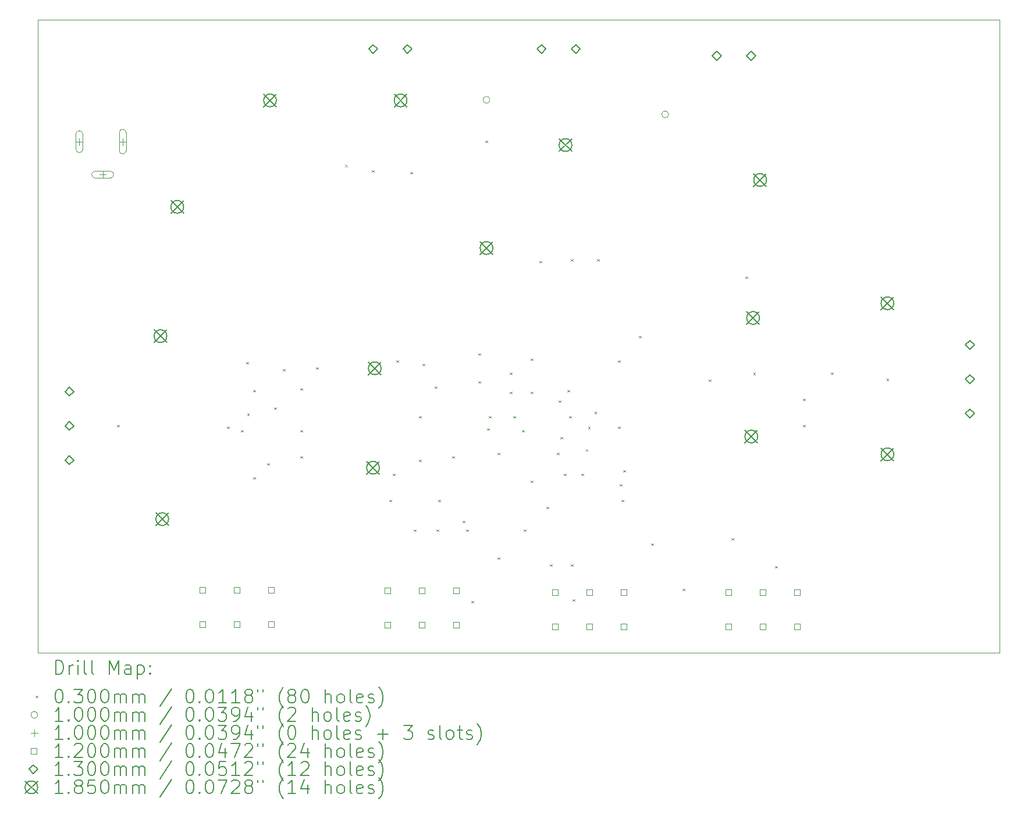
<source format=gbr>
%TF.GenerationSoftware,KiCad,Pcbnew,8.0.8*%
%TF.CreationDate,2025-02-17T02:29:15-05:00*%
%TF.ProjectId,PreAmpEQ,50726541-6d70-4455-912e-6b696361645f,1.0*%
%TF.SameCoordinates,Original*%
%TF.FileFunction,Drillmap*%
%TF.FilePolarity,Positive*%
%FSLAX45Y45*%
G04 Gerber Fmt 4.5, Leading zero omitted, Abs format (unit mm)*
G04 Created by KiCad (PCBNEW 8.0.8) date 2025-02-17 02:29:15*
%MOMM*%
%LPD*%
G01*
G04 APERTURE LIST*
%ADD10C,0.050000*%
%ADD11C,0.200000*%
%ADD12C,0.100000*%
%ADD13C,0.120000*%
%ADD14C,0.130000*%
%ADD15C,0.185000*%
G04 APERTURE END LIST*
D10*
X7975600Y-3962400D02*
X21971000Y-3962400D01*
X21971000Y-13182600D01*
X7975600Y-13182600D01*
X7975600Y-3962400D01*
D11*
D12*
X9129000Y-9865200D02*
X9159000Y-9895200D01*
X9159000Y-9865200D02*
X9129000Y-9895200D01*
X10729200Y-9891000D02*
X10759200Y-9921000D01*
X10759200Y-9891000D02*
X10729200Y-9921000D01*
X10932400Y-9941800D02*
X10962400Y-9971800D01*
X10962400Y-9941800D02*
X10932400Y-9971800D01*
X11008600Y-8951200D02*
X11038600Y-8981200D01*
X11038600Y-8951200D02*
X11008600Y-8981200D01*
X11021300Y-9700500D02*
X11051300Y-9730500D01*
X11051300Y-9700500D02*
X11021300Y-9730500D01*
X11110200Y-9357600D02*
X11140200Y-9387600D01*
X11140200Y-9357600D02*
X11110200Y-9387600D01*
X11110200Y-10627600D02*
X11140200Y-10657600D01*
X11140200Y-10627600D02*
X11110200Y-10657600D01*
X11313400Y-10424400D02*
X11343400Y-10454400D01*
X11343400Y-10424400D02*
X11313400Y-10454400D01*
X11415000Y-9611600D02*
X11445000Y-9641600D01*
X11445000Y-9611600D02*
X11415000Y-9641600D01*
X11542000Y-9052800D02*
X11572000Y-9082800D01*
X11572000Y-9052800D02*
X11542000Y-9082800D01*
X11796000Y-9332200D02*
X11826000Y-9362200D01*
X11826000Y-9332200D02*
X11796000Y-9362200D01*
X11796000Y-9941800D02*
X11826000Y-9971800D01*
X11826000Y-9941800D02*
X11796000Y-9971800D01*
X11796000Y-10322800D02*
X11826000Y-10352800D01*
X11826000Y-10322800D02*
X11796000Y-10352800D01*
X12024600Y-9027400D02*
X12054600Y-9057400D01*
X12054600Y-9027400D02*
X12024600Y-9057400D01*
X12444400Y-6075400D02*
X12474400Y-6105400D01*
X12474400Y-6075400D02*
X12444400Y-6105400D01*
X12837400Y-6157200D02*
X12867400Y-6187200D01*
X12867400Y-6157200D02*
X12837400Y-6187200D01*
X13091400Y-10957800D02*
X13121400Y-10987800D01*
X13121400Y-10957800D02*
X13091400Y-10987800D01*
X13142200Y-10576800D02*
X13172200Y-10606800D01*
X13172200Y-10576800D02*
X13142200Y-10606800D01*
X13193000Y-8925800D02*
X13223000Y-8955800D01*
X13223000Y-8925800D02*
X13193000Y-8955800D01*
X13396200Y-6182600D02*
X13426200Y-6212600D01*
X13426200Y-6182600D02*
X13396200Y-6212600D01*
X13447000Y-11389600D02*
X13477000Y-11419600D01*
X13477000Y-11389600D02*
X13447000Y-11419600D01*
X13523200Y-9738600D02*
X13553200Y-9768600D01*
X13553200Y-9738600D02*
X13523200Y-9768600D01*
X13523200Y-10373600D02*
X13553200Y-10403600D01*
X13553200Y-10373600D02*
X13523200Y-10403600D01*
X13574000Y-8976600D02*
X13604000Y-9006600D01*
X13604000Y-8976600D02*
X13574000Y-9006600D01*
X13751800Y-9306800D02*
X13781800Y-9336800D01*
X13781800Y-9306800D02*
X13751800Y-9336800D01*
X13777200Y-11389600D02*
X13807200Y-11419600D01*
X13807200Y-11389600D02*
X13777200Y-11419600D01*
X13802600Y-10957800D02*
X13832600Y-10987800D01*
X13832600Y-10957800D02*
X13802600Y-10987800D01*
X14005800Y-10322800D02*
X14035800Y-10352800D01*
X14035800Y-10322800D02*
X14005800Y-10352800D01*
X14158200Y-11262600D02*
X14188200Y-11292600D01*
X14188200Y-11262600D02*
X14158200Y-11292600D01*
X14209000Y-11389600D02*
X14239000Y-11419600D01*
X14239000Y-11389600D02*
X14209000Y-11419600D01*
X14285200Y-12431000D02*
X14315200Y-12461000D01*
X14315200Y-12431000D02*
X14285200Y-12461000D01*
X14386800Y-8824200D02*
X14416800Y-8854200D01*
X14416800Y-8824200D02*
X14386800Y-8854200D01*
X14386800Y-9230600D02*
X14416800Y-9260600D01*
X14416800Y-9230600D02*
X14386800Y-9260600D01*
X14488400Y-5725400D02*
X14518400Y-5755400D01*
X14518400Y-5725400D02*
X14488400Y-5755400D01*
X14513800Y-9916400D02*
X14543800Y-9946400D01*
X14543800Y-9916400D02*
X14513800Y-9946400D01*
X14539200Y-9738600D02*
X14569200Y-9768600D01*
X14569200Y-9738600D02*
X14539200Y-9768600D01*
X14666200Y-10272000D02*
X14696200Y-10302000D01*
X14696200Y-10272000D02*
X14666200Y-10302000D01*
X14666200Y-11796000D02*
X14696200Y-11826000D01*
X14696200Y-11796000D02*
X14666200Y-11826000D01*
X14844000Y-9103600D02*
X14874000Y-9133600D01*
X14874000Y-9103600D02*
X14844000Y-9133600D01*
X14844000Y-9383000D02*
X14874000Y-9413000D01*
X14874000Y-9383000D02*
X14844000Y-9413000D01*
X14894800Y-9738600D02*
X14924800Y-9768600D01*
X14924800Y-9738600D02*
X14894800Y-9768600D01*
X15021800Y-9941800D02*
X15051800Y-9971800D01*
X15051800Y-9941800D02*
X15021800Y-9971800D01*
X15047200Y-11389600D02*
X15077200Y-11419600D01*
X15077200Y-11389600D02*
X15047200Y-11419600D01*
X15148800Y-8900400D02*
X15178800Y-8930400D01*
X15178800Y-8900400D02*
X15148800Y-8930400D01*
X15148800Y-9383000D02*
X15178800Y-9413000D01*
X15178800Y-9383000D02*
X15148800Y-9413000D01*
X15148800Y-10678400D02*
X15178800Y-10708400D01*
X15178800Y-10678400D02*
X15148800Y-10708400D01*
X15275800Y-7478000D02*
X15305800Y-7508000D01*
X15305800Y-7478000D02*
X15275800Y-7508000D01*
X15377400Y-11059400D02*
X15407400Y-11089400D01*
X15407400Y-11059400D02*
X15377400Y-11089400D01*
X15428200Y-11897600D02*
X15458200Y-11927600D01*
X15458200Y-11897600D02*
X15428200Y-11927600D01*
X15529800Y-10272000D02*
X15559800Y-10302000D01*
X15559800Y-10272000D02*
X15529800Y-10302000D01*
X15555200Y-9510000D02*
X15585200Y-9540000D01*
X15585200Y-9510000D02*
X15555200Y-9540000D01*
X15580600Y-10043400D02*
X15610600Y-10073400D01*
X15610600Y-10043400D02*
X15580600Y-10073400D01*
X15631400Y-10576800D02*
X15661400Y-10606800D01*
X15661400Y-10576800D02*
X15631400Y-10606800D01*
X15682200Y-9357600D02*
X15712200Y-9387600D01*
X15712200Y-9357600D02*
X15682200Y-9387600D01*
X15707600Y-9738600D02*
X15737600Y-9768600D01*
X15737600Y-9738600D02*
X15707600Y-9768600D01*
X15733000Y-7452600D02*
X15763000Y-7482600D01*
X15763000Y-7452600D02*
X15733000Y-7482600D01*
X15733000Y-11897600D02*
X15763000Y-11927600D01*
X15763000Y-11897600D02*
X15733000Y-11927600D01*
X15758400Y-12405600D02*
X15788400Y-12435600D01*
X15788400Y-12405600D02*
X15758400Y-12435600D01*
X15885400Y-10576800D02*
X15915400Y-10606800D01*
X15915400Y-10576800D02*
X15885400Y-10606800D01*
X15948900Y-10221200D02*
X15978900Y-10251200D01*
X15978900Y-10221200D02*
X15948900Y-10251200D01*
X15981200Y-9893150D02*
X16011200Y-9923150D01*
X16011200Y-9893150D02*
X15981200Y-9923150D01*
X16075900Y-9675100D02*
X16105900Y-9705100D01*
X16105900Y-9675100D02*
X16075900Y-9705100D01*
X16114000Y-7452600D02*
X16144000Y-7482600D01*
X16144000Y-7452600D02*
X16114000Y-7482600D01*
X16418800Y-8925800D02*
X16448800Y-8955800D01*
X16448800Y-8925800D02*
X16418800Y-8955800D01*
X16418800Y-9891000D02*
X16448800Y-9921000D01*
X16448800Y-9891000D02*
X16418800Y-9921000D01*
X16444200Y-10729200D02*
X16474200Y-10759200D01*
X16474200Y-10729200D02*
X16444200Y-10759200D01*
X16469600Y-10957800D02*
X16499600Y-10987800D01*
X16499600Y-10957800D02*
X16469600Y-10987800D01*
X16495000Y-10526000D02*
X16525000Y-10556000D01*
X16525000Y-10526000D02*
X16495000Y-10556000D01*
X16723600Y-8570200D02*
X16753600Y-8600200D01*
X16753600Y-8570200D02*
X16723600Y-8600200D01*
X16901400Y-11592800D02*
X16931400Y-11622800D01*
X16931400Y-11592800D02*
X16901400Y-11622800D01*
X17358600Y-12253200D02*
X17388600Y-12283200D01*
X17388600Y-12253200D02*
X17358600Y-12283200D01*
X17739600Y-9205200D02*
X17769600Y-9235200D01*
X17769600Y-9205200D02*
X17739600Y-9235200D01*
X18069800Y-11516600D02*
X18099800Y-11546600D01*
X18099800Y-11516600D02*
X18069800Y-11546600D01*
X18273000Y-7706600D02*
X18303000Y-7736600D01*
X18303000Y-7706600D02*
X18273000Y-7736600D01*
X18384950Y-9105200D02*
X18414950Y-9135200D01*
X18414950Y-9105200D02*
X18384950Y-9135200D01*
X18704800Y-11923000D02*
X18734800Y-11953000D01*
X18734800Y-11923000D02*
X18704800Y-11953000D01*
X19111200Y-9484600D02*
X19141200Y-9514600D01*
X19141200Y-9484600D02*
X19111200Y-9514600D01*
X19111200Y-9865600D02*
X19141200Y-9895600D01*
X19141200Y-9865600D02*
X19111200Y-9895600D01*
X19517600Y-9103600D02*
X19547600Y-9133600D01*
X19547600Y-9103600D02*
X19517600Y-9133600D01*
X20323000Y-9190700D02*
X20353000Y-9220700D01*
X20353000Y-9190700D02*
X20323000Y-9220700D01*
X14553400Y-5130800D02*
G75*
G02*
X14453400Y-5130800I-50000J0D01*
G01*
X14453400Y-5130800D02*
G75*
G02*
X14553400Y-5130800I50000J0D01*
G01*
X17153400Y-5343200D02*
G75*
G02*
X17053400Y-5343200I-50000J0D01*
G01*
X17053400Y-5343200D02*
G75*
G02*
X17153400Y-5343200I50000J0D01*
G01*
X8578400Y-5690400D02*
X8578400Y-5790400D01*
X8528400Y-5740400D02*
X8628400Y-5740400D01*
X8528400Y-5630400D02*
X8528400Y-5850400D01*
X8628400Y-5850400D02*
G75*
G02*
X8528400Y-5850400I-50000J0D01*
G01*
X8628400Y-5850400D02*
X8628400Y-5630400D01*
X8628400Y-5630400D02*
G75*
G03*
X8528400Y-5630400I-50000J0D01*
G01*
X8918400Y-6170400D02*
X8918400Y-6270400D01*
X8868400Y-6220400D02*
X8968400Y-6220400D01*
X9028400Y-6170400D02*
X8808400Y-6170400D01*
X8808400Y-6270400D02*
G75*
G02*
X8808400Y-6170400I0J50000D01*
G01*
X8808400Y-6270400D02*
X9028400Y-6270400D01*
X9028400Y-6270400D02*
G75*
G03*
X9028400Y-6170400I0J50000D01*
G01*
X9208400Y-5690400D02*
X9208400Y-5790400D01*
X9158400Y-5740400D02*
X9258400Y-5740400D01*
X9158400Y-5610400D02*
X9158400Y-5870400D01*
X9258400Y-5870400D02*
G75*
G02*
X9158400Y-5870400I-50000J0D01*
G01*
X9258400Y-5870400D02*
X9258400Y-5610400D01*
X9258400Y-5610400D02*
G75*
G03*
X9158400Y-5610400I-50000J0D01*
G01*
D13*
X10413627Y-12310627D02*
X10413627Y-12225773D01*
X10328773Y-12225773D01*
X10328773Y-12310627D01*
X10413627Y-12310627D01*
X10413627Y-12810627D02*
X10413627Y-12725773D01*
X10328773Y-12725773D01*
X10328773Y-12810627D01*
X10413627Y-12810627D01*
X10913627Y-12310627D02*
X10913627Y-12225773D01*
X10828773Y-12225773D01*
X10828773Y-12310627D01*
X10913627Y-12310627D01*
X10913627Y-12810627D02*
X10913627Y-12725773D01*
X10828773Y-12725773D01*
X10828773Y-12810627D01*
X10913627Y-12810627D01*
X11413627Y-12310627D02*
X11413627Y-12225773D01*
X11328773Y-12225773D01*
X11328773Y-12310627D01*
X11413627Y-12310627D01*
X11413627Y-12810627D02*
X11413627Y-12725773D01*
X11328773Y-12725773D01*
X11328773Y-12810627D01*
X11413627Y-12810627D01*
X13106027Y-12318627D02*
X13106027Y-12233773D01*
X13021173Y-12233773D01*
X13021173Y-12318627D01*
X13106027Y-12318627D01*
X13106027Y-12818627D02*
X13106027Y-12733773D01*
X13021173Y-12733773D01*
X13021173Y-12818627D01*
X13106027Y-12818627D01*
X13606027Y-12318627D02*
X13606027Y-12233773D01*
X13521173Y-12233773D01*
X13521173Y-12318627D01*
X13606027Y-12318627D01*
X13606027Y-12818627D02*
X13606027Y-12733773D01*
X13521173Y-12733773D01*
X13521173Y-12818627D01*
X13606027Y-12818627D01*
X14106027Y-12318627D02*
X14106027Y-12233773D01*
X14021173Y-12233773D01*
X14021173Y-12318627D01*
X14106027Y-12318627D01*
X14106027Y-12818627D02*
X14106027Y-12733773D01*
X14021173Y-12733773D01*
X14021173Y-12818627D01*
X14106027Y-12818627D01*
X15544427Y-12344027D02*
X15544427Y-12259173D01*
X15459573Y-12259173D01*
X15459573Y-12344027D01*
X15544427Y-12344027D01*
X15544427Y-12844027D02*
X15544427Y-12759173D01*
X15459573Y-12759173D01*
X15459573Y-12844027D01*
X15544427Y-12844027D01*
X16044427Y-12344027D02*
X16044427Y-12259173D01*
X15959573Y-12259173D01*
X15959573Y-12344027D01*
X16044427Y-12344027D01*
X16044427Y-12844027D02*
X16044427Y-12759173D01*
X15959573Y-12759173D01*
X15959573Y-12844027D01*
X16044427Y-12844027D01*
X16544427Y-12344027D02*
X16544427Y-12259173D01*
X16459573Y-12259173D01*
X16459573Y-12344027D01*
X16544427Y-12344027D01*
X16544427Y-12844027D02*
X16544427Y-12759173D01*
X16459573Y-12759173D01*
X16459573Y-12844027D01*
X16544427Y-12844027D01*
X18067027Y-12344027D02*
X18067027Y-12259173D01*
X17982173Y-12259173D01*
X17982173Y-12344027D01*
X18067027Y-12344027D01*
X18067027Y-12844027D02*
X18067027Y-12759173D01*
X17982173Y-12759173D01*
X17982173Y-12844027D01*
X18067027Y-12844027D01*
X18567027Y-12344027D02*
X18567027Y-12259173D01*
X18482173Y-12259173D01*
X18482173Y-12344027D01*
X18567027Y-12344027D01*
X18567027Y-12844027D02*
X18567027Y-12759173D01*
X18482173Y-12759173D01*
X18482173Y-12844027D01*
X18567027Y-12844027D01*
X19067027Y-12344027D02*
X19067027Y-12259173D01*
X18982173Y-12259173D01*
X18982173Y-12344027D01*
X19067027Y-12344027D01*
X19067027Y-12844027D02*
X19067027Y-12759173D01*
X18982173Y-12759173D01*
X18982173Y-12844027D01*
X19067027Y-12844027D01*
D14*
X8433600Y-9445200D02*
X8498600Y-9380200D01*
X8433600Y-9315200D01*
X8368600Y-9380200D01*
X8433600Y-9445200D01*
X8433600Y-9945200D02*
X8498600Y-9880200D01*
X8433600Y-9815200D01*
X8368600Y-9880200D01*
X8433600Y-9945200D01*
X8433600Y-10445200D02*
X8498600Y-10380200D01*
X8433600Y-10315200D01*
X8368600Y-10380200D01*
X8433600Y-10445200D01*
X12853400Y-4455400D02*
X12918400Y-4390400D01*
X12853400Y-4325400D01*
X12788400Y-4390400D01*
X12853400Y-4455400D01*
X13353400Y-4455400D02*
X13418400Y-4390400D01*
X13353400Y-4325400D01*
X13288400Y-4390400D01*
X13353400Y-4455400D01*
X15303400Y-4455400D02*
X15368400Y-4390400D01*
X15303400Y-4325400D01*
X15238400Y-4390400D01*
X15303400Y-4455400D01*
X15803400Y-4455400D02*
X15868400Y-4390400D01*
X15803400Y-4325400D01*
X15738400Y-4390400D01*
X15803400Y-4455400D01*
X17853400Y-4555400D02*
X17918400Y-4490400D01*
X17853400Y-4425400D01*
X17788400Y-4490400D01*
X17853400Y-4555400D01*
X18353400Y-4555400D02*
X18418400Y-4490400D01*
X18353400Y-4425400D01*
X18288400Y-4490400D01*
X18353400Y-4555400D01*
X21538000Y-8765450D02*
X21603000Y-8700450D01*
X21538000Y-8635450D01*
X21473000Y-8700450D01*
X21538000Y-8765450D01*
X21538000Y-9265450D02*
X21603000Y-9200450D01*
X21538000Y-9135450D01*
X21473000Y-9200450D01*
X21538000Y-9265450D01*
X21538000Y-9765450D02*
X21603000Y-9700450D01*
X21538000Y-9635450D01*
X21473000Y-9700450D01*
X21538000Y-9765450D01*
D15*
X9666450Y-8480100D02*
X9851450Y-8665100D01*
X9851450Y-8480100D02*
X9666450Y-8665100D01*
X9851450Y-8572600D02*
G75*
G02*
X9666450Y-8572600I-92500J0D01*
G01*
X9666450Y-8572600D02*
G75*
G02*
X9851450Y-8572600I92500J0D01*
G01*
X9691850Y-11146100D02*
X9876850Y-11331100D01*
X9876850Y-11146100D02*
X9691850Y-11331100D01*
X9876850Y-11238600D02*
G75*
G02*
X9691850Y-11238600I-92500J0D01*
G01*
X9691850Y-11238600D02*
G75*
G02*
X9876850Y-11238600I92500J0D01*
G01*
X9910900Y-6597900D02*
X10095900Y-6782900D01*
X10095900Y-6597900D02*
X9910900Y-6782900D01*
X10095900Y-6690400D02*
G75*
G02*
X9910900Y-6690400I-92500J0D01*
G01*
X9910900Y-6690400D02*
G75*
G02*
X10095900Y-6690400I92500J0D01*
G01*
X11260900Y-5047900D02*
X11445900Y-5232900D01*
X11445900Y-5047900D02*
X11260900Y-5232900D01*
X11445900Y-5140400D02*
G75*
G02*
X11260900Y-5140400I-92500J0D01*
G01*
X11260900Y-5140400D02*
G75*
G02*
X11445900Y-5140400I92500J0D01*
G01*
X12759900Y-10397700D02*
X12944900Y-10582700D01*
X12944900Y-10397700D02*
X12759900Y-10582700D01*
X12944900Y-10490200D02*
G75*
G02*
X12759900Y-10490200I-92500J0D01*
G01*
X12759900Y-10490200D02*
G75*
G02*
X12944900Y-10490200I92500J0D01*
G01*
X12785300Y-8949900D02*
X12970300Y-9134900D01*
X12970300Y-8949900D02*
X12785300Y-9134900D01*
X12970300Y-9042400D02*
G75*
G02*
X12785300Y-9042400I-92500J0D01*
G01*
X12785300Y-9042400D02*
G75*
G02*
X12970300Y-9042400I92500J0D01*
G01*
X13160900Y-5047900D02*
X13345900Y-5232900D01*
X13345900Y-5047900D02*
X13160900Y-5232900D01*
X13345900Y-5140400D02*
G75*
G02*
X13160900Y-5140400I-92500J0D01*
G01*
X13160900Y-5140400D02*
G75*
G02*
X13345900Y-5140400I92500J0D01*
G01*
X14410900Y-7197900D02*
X14595900Y-7382900D01*
X14595900Y-7197900D02*
X14410900Y-7382900D01*
X14595900Y-7290400D02*
G75*
G02*
X14410900Y-7290400I-92500J0D01*
G01*
X14410900Y-7290400D02*
G75*
G02*
X14595900Y-7290400I92500J0D01*
G01*
X15560900Y-5697900D02*
X15745900Y-5882900D01*
X15745900Y-5697900D02*
X15560900Y-5882900D01*
X15745900Y-5790400D02*
G75*
G02*
X15560900Y-5790400I-92500J0D01*
G01*
X15560900Y-5790400D02*
G75*
G02*
X15745900Y-5790400I92500J0D01*
G01*
X18264300Y-9943300D02*
X18449300Y-10128300D01*
X18449300Y-9943300D02*
X18264300Y-10128300D01*
X18449300Y-10035800D02*
G75*
G02*
X18264300Y-10035800I-92500J0D01*
G01*
X18264300Y-10035800D02*
G75*
G02*
X18449300Y-10035800I92500J0D01*
G01*
X18289700Y-8216100D02*
X18474700Y-8401100D01*
X18474700Y-8216100D02*
X18289700Y-8401100D01*
X18474700Y-8308600D02*
G75*
G02*
X18289700Y-8308600I-92500J0D01*
G01*
X18289700Y-8308600D02*
G75*
G02*
X18474700Y-8308600I92500J0D01*
G01*
X18392300Y-6206700D02*
X18577300Y-6391700D01*
X18577300Y-6206700D02*
X18392300Y-6391700D01*
X18577300Y-6299200D02*
G75*
G02*
X18392300Y-6299200I-92500J0D01*
G01*
X18392300Y-6299200D02*
G75*
G02*
X18577300Y-6299200I92500J0D01*
G01*
X20245500Y-8002700D02*
X20430500Y-8187700D01*
X20430500Y-8002700D02*
X20245500Y-8187700D01*
X20430500Y-8095200D02*
G75*
G02*
X20245500Y-8095200I-92500J0D01*
G01*
X20245500Y-8095200D02*
G75*
G02*
X20430500Y-8095200I92500J0D01*
G01*
X20245500Y-10202700D02*
X20430500Y-10387700D01*
X20430500Y-10202700D02*
X20245500Y-10387700D01*
X20430500Y-10295200D02*
G75*
G02*
X20245500Y-10295200I-92500J0D01*
G01*
X20245500Y-10295200D02*
G75*
G02*
X20430500Y-10295200I92500J0D01*
G01*
D11*
X8233877Y-13496584D02*
X8233877Y-13296584D01*
X8233877Y-13296584D02*
X8281496Y-13296584D01*
X8281496Y-13296584D02*
X8310067Y-13306108D01*
X8310067Y-13306108D02*
X8329115Y-13325155D01*
X8329115Y-13325155D02*
X8338639Y-13344203D01*
X8338639Y-13344203D02*
X8348162Y-13382298D01*
X8348162Y-13382298D02*
X8348162Y-13410869D01*
X8348162Y-13410869D02*
X8338639Y-13448965D01*
X8338639Y-13448965D02*
X8329115Y-13468012D01*
X8329115Y-13468012D02*
X8310067Y-13487060D01*
X8310067Y-13487060D02*
X8281496Y-13496584D01*
X8281496Y-13496584D02*
X8233877Y-13496584D01*
X8433877Y-13496584D02*
X8433877Y-13363250D01*
X8433877Y-13401346D02*
X8443401Y-13382298D01*
X8443401Y-13382298D02*
X8452924Y-13372774D01*
X8452924Y-13372774D02*
X8471972Y-13363250D01*
X8471972Y-13363250D02*
X8491020Y-13363250D01*
X8557686Y-13496584D02*
X8557686Y-13363250D01*
X8557686Y-13296584D02*
X8548163Y-13306108D01*
X8548163Y-13306108D02*
X8557686Y-13315631D01*
X8557686Y-13315631D02*
X8567210Y-13306108D01*
X8567210Y-13306108D02*
X8557686Y-13296584D01*
X8557686Y-13296584D02*
X8557686Y-13315631D01*
X8681496Y-13496584D02*
X8662448Y-13487060D01*
X8662448Y-13487060D02*
X8652924Y-13468012D01*
X8652924Y-13468012D02*
X8652924Y-13296584D01*
X8786258Y-13496584D02*
X8767210Y-13487060D01*
X8767210Y-13487060D02*
X8757686Y-13468012D01*
X8757686Y-13468012D02*
X8757686Y-13296584D01*
X9014829Y-13496584D02*
X9014829Y-13296584D01*
X9014829Y-13296584D02*
X9081496Y-13439441D01*
X9081496Y-13439441D02*
X9148163Y-13296584D01*
X9148163Y-13296584D02*
X9148163Y-13496584D01*
X9329115Y-13496584D02*
X9329115Y-13391822D01*
X9329115Y-13391822D02*
X9319591Y-13372774D01*
X9319591Y-13372774D02*
X9300544Y-13363250D01*
X9300544Y-13363250D02*
X9262448Y-13363250D01*
X9262448Y-13363250D02*
X9243401Y-13372774D01*
X9329115Y-13487060D02*
X9310067Y-13496584D01*
X9310067Y-13496584D02*
X9262448Y-13496584D01*
X9262448Y-13496584D02*
X9243401Y-13487060D01*
X9243401Y-13487060D02*
X9233877Y-13468012D01*
X9233877Y-13468012D02*
X9233877Y-13448965D01*
X9233877Y-13448965D02*
X9243401Y-13429917D01*
X9243401Y-13429917D02*
X9262448Y-13420393D01*
X9262448Y-13420393D02*
X9310067Y-13420393D01*
X9310067Y-13420393D02*
X9329115Y-13410869D01*
X9424353Y-13363250D02*
X9424353Y-13563250D01*
X9424353Y-13372774D02*
X9443401Y-13363250D01*
X9443401Y-13363250D02*
X9481496Y-13363250D01*
X9481496Y-13363250D02*
X9500544Y-13372774D01*
X9500544Y-13372774D02*
X9510067Y-13382298D01*
X9510067Y-13382298D02*
X9519591Y-13401346D01*
X9519591Y-13401346D02*
X9519591Y-13458488D01*
X9519591Y-13458488D02*
X9510067Y-13477536D01*
X9510067Y-13477536D02*
X9500544Y-13487060D01*
X9500544Y-13487060D02*
X9481496Y-13496584D01*
X9481496Y-13496584D02*
X9443401Y-13496584D01*
X9443401Y-13496584D02*
X9424353Y-13487060D01*
X9605305Y-13477536D02*
X9614829Y-13487060D01*
X9614829Y-13487060D02*
X9605305Y-13496584D01*
X9605305Y-13496584D02*
X9595782Y-13487060D01*
X9595782Y-13487060D02*
X9605305Y-13477536D01*
X9605305Y-13477536D02*
X9605305Y-13496584D01*
X9605305Y-13372774D02*
X9614829Y-13382298D01*
X9614829Y-13382298D02*
X9605305Y-13391822D01*
X9605305Y-13391822D02*
X9595782Y-13382298D01*
X9595782Y-13382298D02*
X9605305Y-13372774D01*
X9605305Y-13372774D02*
X9605305Y-13391822D01*
D12*
X7943100Y-13810100D02*
X7973100Y-13840100D01*
X7973100Y-13810100D02*
X7943100Y-13840100D01*
D11*
X8271972Y-13716584D02*
X8291020Y-13716584D01*
X8291020Y-13716584D02*
X8310067Y-13726108D01*
X8310067Y-13726108D02*
X8319591Y-13735631D01*
X8319591Y-13735631D02*
X8329115Y-13754679D01*
X8329115Y-13754679D02*
X8338639Y-13792774D01*
X8338639Y-13792774D02*
X8338639Y-13840393D01*
X8338639Y-13840393D02*
X8329115Y-13878488D01*
X8329115Y-13878488D02*
X8319591Y-13897536D01*
X8319591Y-13897536D02*
X8310067Y-13907060D01*
X8310067Y-13907060D02*
X8291020Y-13916584D01*
X8291020Y-13916584D02*
X8271972Y-13916584D01*
X8271972Y-13916584D02*
X8252924Y-13907060D01*
X8252924Y-13907060D02*
X8243401Y-13897536D01*
X8243401Y-13897536D02*
X8233877Y-13878488D01*
X8233877Y-13878488D02*
X8224353Y-13840393D01*
X8224353Y-13840393D02*
X8224353Y-13792774D01*
X8224353Y-13792774D02*
X8233877Y-13754679D01*
X8233877Y-13754679D02*
X8243401Y-13735631D01*
X8243401Y-13735631D02*
X8252924Y-13726108D01*
X8252924Y-13726108D02*
X8271972Y-13716584D01*
X8424353Y-13897536D02*
X8433877Y-13907060D01*
X8433877Y-13907060D02*
X8424353Y-13916584D01*
X8424353Y-13916584D02*
X8414829Y-13907060D01*
X8414829Y-13907060D02*
X8424353Y-13897536D01*
X8424353Y-13897536D02*
X8424353Y-13916584D01*
X8500544Y-13716584D02*
X8624353Y-13716584D01*
X8624353Y-13716584D02*
X8557686Y-13792774D01*
X8557686Y-13792774D02*
X8586258Y-13792774D01*
X8586258Y-13792774D02*
X8605305Y-13802298D01*
X8605305Y-13802298D02*
X8614829Y-13811822D01*
X8614829Y-13811822D02*
X8624353Y-13830869D01*
X8624353Y-13830869D02*
X8624353Y-13878488D01*
X8624353Y-13878488D02*
X8614829Y-13897536D01*
X8614829Y-13897536D02*
X8605305Y-13907060D01*
X8605305Y-13907060D02*
X8586258Y-13916584D01*
X8586258Y-13916584D02*
X8529115Y-13916584D01*
X8529115Y-13916584D02*
X8510067Y-13907060D01*
X8510067Y-13907060D02*
X8500544Y-13897536D01*
X8748163Y-13716584D02*
X8767210Y-13716584D01*
X8767210Y-13716584D02*
X8786258Y-13726108D01*
X8786258Y-13726108D02*
X8795782Y-13735631D01*
X8795782Y-13735631D02*
X8805305Y-13754679D01*
X8805305Y-13754679D02*
X8814829Y-13792774D01*
X8814829Y-13792774D02*
X8814829Y-13840393D01*
X8814829Y-13840393D02*
X8805305Y-13878488D01*
X8805305Y-13878488D02*
X8795782Y-13897536D01*
X8795782Y-13897536D02*
X8786258Y-13907060D01*
X8786258Y-13907060D02*
X8767210Y-13916584D01*
X8767210Y-13916584D02*
X8748163Y-13916584D01*
X8748163Y-13916584D02*
X8729115Y-13907060D01*
X8729115Y-13907060D02*
X8719591Y-13897536D01*
X8719591Y-13897536D02*
X8710067Y-13878488D01*
X8710067Y-13878488D02*
X8700544Y-13840393D01*
X8700544Y-13840393D02*
X8700544Y-13792774D01*
X8700544Y-13792774D02*
X8710067Y-13754679D01*
X8710067Y-13754679D02*
X8719591Y-13735631D01*
X8719591Y-13735631D02*
X8729115Y-13726108D01*
X8729115Y-13726108D02*
X8748163Y-13716584D01*
X8938639Y-13716584D02*
X8957686Y-13716584D01*
X8957686Y-13716584D02*
X8976734Y-13726108D01*
X8976734Y-13726108D02*
X8986258Y-13735631D01*
X8986258Y-13735631D02*
X8995782Y-13754679D01*
X8995782Y-13754679D02*
X9005305Y-13792774D01*
X9005305Y-13792774D02*
X9005305Y-13840393D01*
X9005305Y-13840393D02*
X8995782Y-13878488D01*
X8995782Y-13878488D02*
X8986258Y-13897536D01*
X8986258Y-13897536D02*
X8976734Y-13907060D01*
X8976734Y-13907060D02*
X8957686Y-13916584D01*
X8957686Y-13916584D02*
X8938639Y-13916584D01*
X8938639Y-13916584D02*
X8919591Y-13907060D01*
X8919591Y-13907060D02*
X8910067Y-13897536D01*
X8910067Y-13897536D02*
X8900544Y-13878488D01*
X8900544Y-13878488D02*
X8891020Y-13840393D01*
X8891020Y-13840393D02*
X8891020Y-13792774D01*
X8891020Y-13792774D02*
X8900544Y-13754679D01*
X8900544Y-13754679D02*
X8910067Y-13735631D01*
X8910067Y-13735631D02*
X8919591Y-13726108D01*
X8919591Y-13726108D02*
X8938639Y-13716584D01*
X9091020Y-13916584D02*
X9091020Y-13783250D01*
X9091020Y-13802298D02*
X9100544Y-13792774D01*
X9100544Y-13792774D02*
X9119591Y-13783250D01*
X9119591Y-13783250D02*
X9148163Y-13783250D01*
X9148163Y-13783250D02*
X9167210Y-13792774D01*
X9167210Y-13792774D02*
X9176734Y-13811822D01*
X9176734Y-13811822D02*
X9176734Y-13916584D01*
X9176734Y-13811822D02*
X9186258Y-13792774D01*
X9186258Y-13792774D02*
X9205305Y-13783250D01*
X9205305Y-13783250D02*
X9233877Y-13783250D01*
X9233877Y-13783250D02*
X9252925Y-13792774D01*
X9252925Y-13792774D02*
X9262448Y-13811822D01*
X9262448Y-13811822D02*
X9262448Y-13916584D01*
X9357686Y-13916584D02*
X9357686Y-13783250D01*
X9357686Y-13802298D02*
X9367210Y-13792774D01*
X9367210Y-13792774D02*
X9386258Y-13783250D01*
X9386258Y-13783250D02*
X9414829Y-13783250D01*
X9414829Y-13783250D02*
X9433877Y-13792774D01*
X9433877Y-13792774D02*
X9443401Y-13811822D01*
X9443401Y-13811822D02*
X9443401Y-13916584D01*
X9443401Y-13811822D02*
X9452925Y-13792774D01*
X9452925Y-13792774D02*
X9471972Y-13783250D01*
X9471972Y-13783250D02*
X9500544Y-13783250D01*
X9500544Y-13783250D02*
X9519591Y-13792774D01*
X9519591Y-13792774D02*
X9529115Y-13811822D01*
X9529115Y-13811822D02*
X9529115Y-13916584D01*
X9919591Y-13707060D02*
X9748163Y-13964203D01*
X10176734Y-13716584D02*
X10195782Y-13716584D01*
X10195782Y-13716584D02*
X10214829Y-13726108D01*
X10214829Y-13726108D02*
X10224353Y-13735631D01*
X10224353Y-13735631D02*
X10233877Y-13754679D01*
X10233877Y-13754679D02*
X10243401Y-13792774D01*
X10243401Y-13792774D02*
X10243401Y-13840393D01*
X10243401Y-13840393D02*
X10233877Y-13878488D01*
X10233877Y-13878488D02*
X10224353Y-13897536D01*
X10224353Y-13897536D02*
X10214829Y-13907060D01*
X10214829Y-13907060D02*
X10195782Y-13916584D01*
X10195782Y-13916584D02*
X10176734Y-13916584D01*
X10176734Y-13916584D02*
X10157687Y-13907060D01*
X10157687Y-13907060D02*
X10148163Y-13897536D01*
X10148163Y-13897536D02*
X10138639Y-13878488D01*
X10138639Y-13878488D02*
X10129115Y-13840393D01*
X10129115Y-13840393D02*
X10129115Y-13792774D01*
X10129115Y-13792774D02*
X10138639Y-13754679D01*
X10138639Y-13754679D02*
X10148163Y-13735631D01*
X10148163Y-13735631D02*
X10157687Y-13726108D01*
X10157687Y-13726108D02*
X10176734Y-13716584D01*
X10329115Y-13897536D02*
X10338639Y-13907060D01*
X10338639Y-13907060D02*
X10329115Y-13916584D01*
X10329115Y-13916584D02*
X10319591Y-13907060D01*
X10319591Y-13907060D02*
X10329115Y-13897536D01*
X10329115Y-13897536D02*
X10329115Y-13916584D01*
X10462448Y-13716584D02*
X10481496Y-13716584D01*
X10481496Y-13716584D02*
X10500544Y-13726108D01*
X10500544Y-13726108D02*
X10510068Y-13735631D01*
X10510068Y-13735631D02*
X10519591Y-13754679D01*
X10519591Y-13754679D02*
X10529115Y-13792774D01*
X10529115Y-13792774D02*
X10529115Y-13840393D01*
X10529115Y-13840393D02*
X10519591Y-13878488D01*
X10519591Y-13878488D02*
X10510068Y-13897536D01*
X10510068Y-13897536D02*
X10500544Y-13907060D01*
X10500544Y-13907060D02*
X10481496Y-13916584D01*
X10481496Y-13916584D02*
X10462448Y-13916584D01*
X10462448Y-13916584D02*
X10443401Y-13907060D01*
X10443401Y-13907060D02*
X10433877Y-13897536D01*
X10433877Y-13897536D02*
X10424353Y-13878488D01*
X10424353Y-13878488D02*
X10414829Y-13840393D01*
X10414829Y-13840393D02*
X10414829Y-13792774D01*
X10414829Y-13792774D02*
X10424353Y-13754679D01*
X10424353Y-13754679D02*
X10433877Y-13735631D01*
X10433877Y-13735631D02*
X10443401Y-13726108D01*
X10443401Y-13726108D02*
X10462448Y-13716584D01*
X10719591Y-13916584D02*
X10605306Y-13916584D01*
X10662448Y-13916584D02*
X10662448Y-13716584D01*
X10662448Y-13716584D02*
X10643401Y-13745155D01*
X10643401Y-13745155D02*
X10624353Y-13764203D01*
X10624353Y-13764203D02*
X10605306Y-13773727D01*
X10910068Y-13916584D02*
X10795782Y-13916584D01*
X10852925Y-13916584D02*
X10852925Y-13716584D01*
X10852925Y-13716584D02*
X10833877Y-13745155D01*
X10833877Y-13745155D02*
X10814829Y-13764203D01*
X10814829Y-13764203D02*
X10795782Y-13773727D01*
X11024353Y-13802298D02*
X11005306Y-13792774D01*
X11005306Y-13792774D02*
X10995782Y-13783250D01*
X10995782Y-13783250D02*
X10986258Y-13764203D01*
X10986258Y-13764203D02*
X10986258Y-13754679D01*
X10986258Y-13754679D02*
X10995782Y-13735631D01*
X10995782Y-13735631D02*
X11005306Y-13726108D01*
X11005306Y-13726108D02*
X11024353Y-13716584D01*
X11024353Y-13716584D02*
X11062449Y-13716584D01*
X11062449Y-13716584D02*
X11081496Y-13726108D01*
X11081496Y-13726108D02*
X11091020Y-13735631D01*
X11091020Y-13735631D02*
X11100544Y-13754679D01*
X11100544Y-13754679D02*
X11100544Y-13764203D01*
X11100544Y-13764203D02*
X11091020Y-13783250D01*
X11091020Y-13783250D02*
X11081496Y-13792774D01*
X11081496Y-13792774D02*
X11062449Y-13802298D01*
X11062449Y-13802298D02*
X11024353Y-13802298D01*
X11024353Y-13802298D02*
X11005306Y-13811822D01*
X11005306Y-13811822D02*
X10995782Y-13821346D01*
X10995782Y-13821346D02*
X10986258Y-13840393D01*
X10986258Y-13840393D02*
X10986258Y-13878488D01*
X10986258Y-13878488D02*
X10995782Y-13897536D01*
X10995782Y-13897536D02*
X11005306Y-13907060D01*
X11005306Y-13907060D02*
X11024353Y-13916584D01*
X11024353Y-13916584D02*
X11062449Y-13916584D01*
X11062449Y-13916584D02*
X11081496Y-13907060D01*
X11081496Y-13907060D02*
X11091020Y-13897536D01*
X11091020Y-13897536D02*
X11100544Y-13878488D01*
X11100544Y-13878488D02*
X11100544Y-13840393D01*
X11100544Y-13840393D02*
X11091020Y-13821346D01*
X11091020Y-13821346D02*
X11081496Y-13811822D01*
X11081496Y-13811822D02*
X11062449Y-13802298D01*
X11176734Y-13716584D02*
X11176734Y-13754679D01*
X11252925Y-13716584D02*
X11252925Y-13754679D01*
X11548163Y-13992774D02*
X11538639Y-13983250D01*
X11538639Y-13983250D02*
X11519591Y-13954679D01*
X11519591Y-13954679D02*
X11510068Y-13935631D01*
X11510068Y-13935631D02*
X11500544Y-13907060D01*
X11500544Y-13907060D02*
X11491020Y-13859441D01*
X11491020Y-13859441D02*
X11491020Y-13821346D01*
X11491020Y-13821346D02*
X11500544Y-13773727D01*
X11500544Y-13773727D02*
X11510068Y-13745155D01*
X11510068Y-13745155D02*
X11519591Y-13726108D01*
X11519591Y-13726108D02*
X11538639Y-13697536D01*
X11538639Y-13697536D02*
X11548163Y-13688012D01*
X11652925Y-13802298D02*
X11633877Y-13792774D01*
X11633877Y-13792774D02*
X11624353Y-13783250D01*
X11624353Y-13783250D02*
X11614829Y-13764203D01*
X11614829Y-13764203D02*
X11614829Y-13754679D01*
X11614829Y-13754679D02*
X11624353Y-13735631D01*
X11624353Y-13735631D02*
X11633877Y-13726108D01*
X11633877Y-13726108D02*
X11652925Y-13716584D01*
X11652925Y-13716584D02*
X11691020Y-13716584D01*
X11691020Y-13716584D02*
X11710068Y-13726108D01*
X11710068Y-13726108D02*
X11719591Y-13735631D01*
X11719591Y-13735631D02*
X11729115Y-13754679D01*
X11729115Y-13754679D02*
X11729115Y-13764203D01*
X11729115Y-13764203D02*
X11719591Y-13783250D01*
X11719591Y-13783250D02*
X11710068Y-13792774D01*
X11710068Y-13792774D02*
X11691020Y-13802298D01*
X11691020Y-13802298D02*
X11652925Y-13802298D01*
X11652925Y-13802298D02*
X11633877Y-13811822D01*
X11633877Y-13811822D02*
X11624353Y-13821346D01*
X11624353Y-13821346D02*
X11614829Y-13840393D01*
X11614829Y-13840393D02*
X11614829Y-13878488D01*
X11614829Y-13878488D02*
X11624353Y-13897536D01*
X11624353Y-13897536D02*
X11633877Y-13907060D01*
X11633877Y-13907060D02*
X11652925Y-13916584D01*
X11652925Y-13916584D02*
X11691020Y-13916584D01*
X11691020Y-13916584D02*
X11710068Y-13907060D01*
X11710068Y-13907060D02*
X11719591Y-13897536D01*
X11719591Y-13897536D02*
X11729115Y-13878488D01*
X11729115Y-13878488D02*
X11729115Y-13840393D01*
X11729115Y-13840393D02*
X11719591Y-13821346D01*
X11719591Y-13821346D02*
X11710068Y-13811822D01*
X11710068Y-13811822D02*
X11691020Y-13802298D01*
X11852925Y-13716584D02*
X11871972Y-13716584D01*
X11871972Y-13716584D02*
X11891020Y-13726108D01*
X11891020Y-13726108D02*
X11900544Y-13735631D01*
X11900544Y-13735631D02*
X11910068Y-13754679D01*
X11910068Y-13754679D02*
X11919591Y-13792774D01*
X11919591Y-13792774D02*
X11919591Y-13840393D01*
X11919591Y-13840393D02*
X11910068Y-13878488D01*
X11910068Y-13878488D02*
X11900544Y-13897536D01*
X11900544Y-13897536D02*
X11891020Y-13907060D01*
X11891020Y-13907060D02*
X11871972Y-13916584D01*
X11871972Y-13916584D02*
X11852925Y-13916584D01*
X11852925Y-13916584D02*
X11833877Y-13907060D01*
X11833877Y-13907060D02*
X11824353Y-13897536D01*
X11824353Y-13897536D02*
X11814829Y-13878488D01*
X11814829Y-13878488D02*
X11805306Y-13840393D01*
X11805306Y-13840393D02*
X11805306Y-13792774D01*
X11805306Y-13792774D02*
X11814829Y-13754679D01*
X11814829Y-13754679D02*
X11824353Y-13735631D01*
X11824353Y-13735631D02*
X11833877Y-13726108D01*
X11833877Y-13726108D02*
X11852925Y-13716584D01*
X12157687Y-13916584D02*
X12157687Y-13716584D01*
X12243401Y-13916584D02*
X12243401Y-13811822D01*
X12243401Y-13811822D02*
X12233877Y-13792774D01*
X12233877Y-13792774D02*
X12214830Y-13783250D01*
X12214830Y-13783250D02*
X12186258Y-13783250D01*
X12186258Y-13783250D02*
X12167210Y-13792774D01*
X12167210Y-13792774D02*
X12157687Y-13802298D01*
X12367210Y-13916584D02*
X12348163Y-13907060D01*
X12348163Y-13907060D02*
X12338639Y-13897536D01*
X12338639Y-13897536D02*
X12329115Y-13878488D01*
X12329115Y-13878488D02*
X12329115Y-13821346D01*
X12329115Y-13821346D02*
X12338639Y-13802298D01*
X12338639Y-13802298D02*
X12348163Y-13792774D01*
X12348163Y-13792774D02*
X12367210Y-13783250D01*
X12367210Y-13783250D02*
X12395782Y-13783250D01*
X12395782Y-13783250D02*
X12414830Y-13792774D01*
X12414830Y-13792774D02*
X12424353Y-13802298D01*
X12424353Y-13802298D02*
X12433877Y-13821346D01*
X12433877Y-13821346D02*
X12433877Y-13878488D01*
X12433877Y-13878488D02*
X12424353Y-13897536D01*
X12424353Y-13897536D02*
X12414830Y-13907060D01*
X12414830Y-13907060D02*
X12395782Y-13916584D01*
X12395782Y-13916584D02*
X12367210Y-13916584D01*
X12548163Y-13916584D02*
X12529115Y-13907060D01*
X12529115Y-13907060D02*
X12519591Y-13888012D01*
X12519591Y-13888012D02*
X12519591Y-13716584D01*
X12700544Y-13907060D02*
X12681496Y-13916584D01*
X12681496Y-13916584D02*
X12643401Y-13916584D01*
X12643401Y-13916584D02*
X12624353Y-13907060D01*
X12624353Y-13907060D02*
X12614830Y-13888012D01*
X12614830Y-13888012D02*
X12614830Y-13811822D01*
X12614830Y-13811822D02*
X12624353Y-13792774D01*
X12624353Y-13792774D02*
X12643401Y-13783250D01*
X12643401Y-13783250D02*
X12681496Y-13783250D01*
X12681496Y-13783250D02*
X12700544Y-13792774D01*
X12700544Y-13792774D02*
X12710068Y-13811822D01*
X12710068Y-13811822D02*
X12710068Y-13830869D01*
X12710068Y-13830869D02*
X12614830Y-13849917D01*
X12786258Y-13907060D02*
X12805306Y-13916584D01*
X12805306Y-13916584D02*
X12843401Y-13916584D01*
X12843401Y-13916584D02*
X12862449Y-13907060D01*
X12862449Y-13907060D02*
X12871972Y-13888012D01*
X12871972Y-13888012D02*
X12871972Y-13878488D01*
X12871972Y-13878488D02*
X12862449Y-13859441D01*
X12862449Y-13859441D02*
X12843401Y-13849917D01*
X12843401Y-13849917D02*
X12814830Y-13849917D01*
X12814830Y-13849917D02*
X12795782Y-13840393D01*
X12795782Y-13840393D02*
X12786258Y-13821346D01*
X12786258Y-13821346D02*
X12786258Y-13811822D01*
X12786258Y-13811822D02*
X12795782Y-13792774D01*
X12795782Y-13792774D02*
X12814830Y-13783250D01*
X12814830Y-13783250D02*
X12843401Y-13783250D01*
X12843401Y-13783250D02*
X12862449Y-13792774D01*
X12938639Y-13992774D02*
X12948163Y-13983250D01*
X12948163Y-13983250D02*
X12967211Y-13954679D01*
X12967211Y-13954679D02*
X12976734Y-13935631D01*
X12976734Y-13935631D02*
X12986258Y-13907060D01*
X12986258Y-13907060D02*
X12995782Y-13859441D01*
X12995782Y-13859441D02*
X12995782Y-13821346D01*
X12995782Y-13821346D02*
X12986258Y-13773727D01*
X12986258Y-13773727D02*
X12976734Y-13745155D01*
X12976734Y-13745155D02*
X12967211Y-13726108D01*
X12967211Y-13726108D02*
X12948163Y-13697536D01*
X12948163Y-13697536D02*
X12938639Y-13688012D01*
D12*
X7973100Y-14089100D02*
G75*
G02*
X7873100Y-14089100I-50000J0D01*
G01*
X7873100Y-14089100D02*
G75*
G02*
X7973100Y-14089100I50000J0D01*
G01*
D11*
X8338639Y-14180584D02*
X8224353Y-14180584D01*
X8281496Y-14180584D02*
X8281496Y-13980584D01*
X8281496Y-13980584D02*
X8262448Y-14009155D01*
X8262448Y-14009155D02*
X8243401Y-14028203D01*
X8243401Y-14028203D02*
X8224353Y-14037727D01*
X8424353Y-14161536D02*
X8433877Y-14171060D01*
X8433877Y-14171060D02*
X8424353Y-14180584D01*
X8424353Y-14180584D02*
X8414829Y-14171060D01*
X8414829Y-14171060D02*
X8424353Y-14161536D01*
X8424353Y-14161536D02*
X8424353Y-14180584D01*
X8557686Y-13980584D02*
X8576734Y-13980584D01*
X8576734Y-13980584D02*
X8595782Y-13990108D01*
X8595782Y-13990108D02*
X8605305Y-13999631D01*
X8605305Y-13999631D02*
X8614829Y-14018679D01*
X8614829Y-14018679D02*
X8624353Y-14056774D01*
X8624353Y-14056774D02*
X8624353Y-14104393D01*
X8624353Y-14104393D02*
X8614829Y-14142488D01*
X8614829Y-14142488D02*
X8605305Y-14161536D01*
X8605305Y-14161536D02*
X8595782Y-14171060D01*
X8595782Y-14171060D02*
X8576734Y-14180584D01*
X8576734Y-14180584D02*
X8557686Y-14180584D01*
X8557686Y-14180584D02*
X8538639Y-14171060D01*
X8538639Y-14171060D02*
X8529115Y-14161536D01*
X8529115Y-14161536D02*
X8519591Y-14142488D01*
X8519591Y-14142488D02*
X8510067Y-14104393D01*
X8510067Y-14104393D02*
X8510067Y-14056774D01*
X8510067Y-14056774D02*
X8519591Y-14018679D01*
X8519591Y-14018679D02*
X8529115Y-13999631D01*
X8529115Y-13999631D02*
X8538639Y-13990108D01*
X8538639Y-13990108D02*
X8557686Y-13980584D01*
X8748163Y-13980584D02*
X8767210Y-13980584D01*
X8767210Y-13980584D02*
X8786258Y-13990108D01*
X8786258Y-13990108D02*
X8795782Y-13999631D01*
X8795782Y-13999631D02*
X8805305Y-14018679D01*
X8805305Y-14018679D02*
X8814829Y-14056774D01*
X8814829Y-14056774D02*
X8814829Y-14104393D01*
X8814829Y-14104393D02*
X8805305Y-14142488D01*
X8805305Y-14142488D02*
X8795782Y-14161536D01*
X8795782Y-14161536D02*
X8786258Y-14171060D01*
X8786258Y-14171060D02*
X8767210Y-14180584D01*
X8767210Y-14180584D02*
X8748163Y-14180584D01*
X8748163Y-14180584D02*
X8729115Y-14171060D01*
X8729115Y-14171060D02*
X8719591Y-14161536D01*
X8719591Y-14161536D02*
X8710067Y-14142488D01*
X8710067Y-14142488D02*
X8700544Y-14104393D01*
X8700544Y-14104393D02*
X8700544Y-14056774D01*
X8700544Y-14056774D02*
X8710067Y-14018679D01*
X8710067Y-14018679D02*
X8719591Y-13999631D01*
X8719591Y-13999631D02*
X8729115Y-13990108D01*
X8729115Y-13990108D02*
X8748163Y-13980584D01*
X8938639Y-13980584D02*
X8957686Y-13980584D01*
X8957686Y-13980584D02*
X8976734Y-13990108D01*
X8976734Y-13990108D02*
X8986258Y-13999631D01*
X8986258Y-13999631D02*
X8995782Y-14018679D01*
X8995782Y-14018679D02*
X9005305Y-14056774D01*
X9005305Y-14056774D02*
X9005305Y-14104393D01*
X9005305Y-14104393D02*
X8995782Y-14142488D01*
X8995782Y-14142488D02*
X8986258Y-14161536D01*
X8986258Y-14161536D02*
X8976734Y-14171060D01*
X8976734Y-14171060D02*
X8957686Y-14180584D01*
X8957686Y-14180584D02*
X8938639Y-14180584D01*
X8938639Y-14180584D02*
X8919591Y-14171060D01*
X8919591Y-14171060D02*
X8910067Y-14161536D01*
X8910067Y-14161536D02*
X8900544Y-14142488D01*
X8900544Y-14142488D02*
X8891020Y-14104393D01*
X8891020Y-14104393D02*
X8891020Y-14056774D01*
X8891020Y-14056774D02*
X8900544Y-14018679D01*
X8900544Y-14018679D02*
X8910067Y-13999631D01*
X8910067Y-13999631D02*
X8919591Y-13990108D01*
X8919591Y-13990108D02*
X8938639Y-13980584D01*
X9091020Y-14180584D02*
X9091020Y-14047250D01*
X9091020Y-14066298D02*
X9100544Y-14056774D01*
X9100544Y-14056774D02*
X9119591Y-14047250D01*
X9119591Y-14047250D02*
X9148163Y-14047250D01*
X9148163Y-14047250D02*
X9167210Y-14056774D01*
X9167210Y-14056774D02*
X9176734Y-14075822D01*
X9176734Y-14075822D02*
X9176734Y-14180584D01*
X9176734Y-14075822D02*
X9186258Y-14056774D01*
X9186258Y-14056774D02*
X9205305Y-14047250D01*
X9205305Y-14047250D02*
X9233877Y-14047250D01*
X9233877Y-14047250D02*
X9252925Y-14056774D01*
X9252925Y-14056774D02*
X9262448Y-14075822D01*
X9262448Y-14075822D02*
X9262448Y-14180584D01*
X9357686Y-14180584D02*
X9357686Y-14047250D01*
X9357686Y-14066298D02*
X9367210Y-14056774D01*
X9367210Y-14056774D02*
X9386258Y-14047250D01*
X9386258Y-14047250D02*
X9414829Y-14047250D01*
X9414829Y-14047250D02*
X9433877Y-14056774D01*
X9433877Y-14056774D02*
X9443401Y-14075822D01*
X9443401Y-14075822D02*
X9443401Y-14180584D01*
X9443401Y-14075822D02*
X9452925Y-14056774D01*
X9452925Y-14056774D02*
X9471972Y-14047250D01*
X9471972Y-14047250D02*
X9500544Y-14047250D01*
X9500544Y-14047250D02*
X9519591Y-14056774D01*
X9519591Y-14056774D02*
X9529115Y-14075822D01*
X9529115Y-14075822D02*
X9529115Y-14180584D01*
X9919591Y-13971060D02*
X9748163Y-14228203D01*
X10176734Y-13980584D02*
X10195782Y-13980584D01*
X10195782Y-13980584D02*
X10214829Y-13990108D01*
X10214829Y-13990108D02*
X10224353Y-13999631D01*
X10224353Y-13999631D02*
X10233877Y-14018679D01*
X10233877Y-14018679D02*
X10243401Y-14056774D01*
X10243401Y-14056774D02*
X10243401Y-14104393D01*
X10243401Y-14104393D02*
X10233877Y-14142488D01*
X10233877Y-14142488D02*
X10224353Y-14161536D01*
X10224353Y-14161536D02*
X10214829Y-14171060D01*
X10214829Y-14171060D02*
X10195782Y-14180584D01*
X10195782Y-14180584D02*
X10176734Y-14180584D01*
X10176734Y-14180584D02*
X10157687Y-14171060D01*
X10157687Y-14171060D02*
X10148163Y-14161536D01*
X10148163Y-14161536D02*
X10138639Y-14142488D01*
X10138639Y-14142488D02*
X10129115Y-14104393D01*
X10129115Y-14104393D02*
X10129115Y-14056774D01*
X10129115Y-14056774D02*
X10138639Y-14018679D01*
X10138639Y-14018679D02*
X10148163Y-13999631D01*
X10148163Y-13999631D02*
X10157687Y-13990108D01*
X10157687Y-13990108D02*
X10176734Y-13980584D01*
X10329115Y-14161536D02*
X10338639Y-14171060D01*
X10338639Y-14171060D02*
X10329115Y-14180584D01*
X10329115Y-14180584D02*
X10319591Y-14171060D01*
X10319591Y-14171060D02*
X10329115Y-14161536D01*
X10329115Y-14161536D02*
X10329115Y-14180584D01*
X10462448Y-13980584D02*
X10481496Y-13980584D01*
X10481496Y-13980584D02*
X10500544Y-13990108D01*
X10500544Y-13990108D02*
X10510068Y-13999631D01*
X10510068Y-13999631D02*
X10519591Y-14018679D01*
X10519591Y-14018679D02*
X10529115Y-14056774D01*
X10529115Y-14056774D02*
X10529115Y-14104393D01*
X10529115Y-14104393D02*
X10519591Y-14142488D01*
X10519591Y-14142488D02*
X10510068Y-14161536D01*
X10510068Y-14161536D02*
X10500544Y-14171060D01*
X10500544Y-14171060D02*
X10481496Y-14180584D01*
X10481496Y-14180584D02*
X10462448Y-14180584D01*
X10462448Y-14180584D02*
X10443401Y-14171060D01*
X10443401Y-14171060D02*
X10433877Y-14161536D01*
X10433877Y-14161536D02*
X10424353Y-14142488D01*
X10424353Y-14142488D02*
X10414829Y-14104393D01*
X10414829Y-14104393D02*
X10414829Y-14056774D01*
X10414829Y-14056774D02*
X10424353Y-14018679D01*
X10424353Y-14018679D02*
X10433877Y-13999631D01*
X10433877Y-13999631D02*
X10443401Y-13990108D01*
X10443401Y-13990108D02*
X10462448Y-13980584D01*
X10595782Y-13980584D02*
X10719591Y-13980584D01*
X10719591Y-13980584D02*
X10652925Y-14056774D01*
X10652925Y-14056774D02*
X10681496Y-14056774D01*
X10681496Y-14056774D02*
X10700544Y-14066298D01*
X10700544Y-14066298D02*
X10710068Y-14075822D01*
X10710068Y-14075822D02*
X10719591Y-14094869D01*
X10719591Y-14094869D02*
X10719591Y-14142488D01*
X10719591Y-14142488D02*
X10710068Y-14161536D01*
X10710068Y-14161536D02*
X10700544Y-14171060D01*
X10700544Y-14171060D02*
X10681496Y-14180584D01*
X10681496Y-14180584D02*
X10624353Y-14180584D01*
X10624353Y-14180584D02*
X10605306Y-14171060D01*
X10605306Y-14171060D02*
X10595782Y-14161536D01*
X10814829Y-14180584D02*
X10852925Y-14180584D01*
X10852925Y-14180584D02*
X10871972Y-14171060D01*
X10871972Y-14171060D02*
X10881496Y-14161536D01*
X10881496Y-14161536D02*
X10900544Y-14132965D01*
X10900544Y-14132965D02*
X10910068Y-14094869D01*
X10910068Y-14094869D02*
X10910068Y-14018679D01*
X10910068Y-14018679D02*
X10900544Y-13999631D01*
X10900544Y-13999631D02*
X10891020Y-13990108D01*
X10891020Y-13990108D02*
X10871972Y-13980584D01*
X10871972Y-13980584D02*
X10833877Y-13980584D01*
X10833877Y-13980584D02*
X10814829Y-13990108D01*
X10814829Y-13990108D02*
X10805306Y-13999631D01*
X10805306Y-13999631D02*
X10795782Y-14018679D01*
X10795782Y-14018679D02*
X10795782Y-14066298D01*
X10795782Y-14066298D02*
X10805306Y-14085346D01*
X10805306Y-14085346D02*
X10814829Y-14094869D01*
X10814829Y-14094869D02*
X10833877Y-14104393D01*
X10833877Y-14104393D02*
X10871972Y-14104393D01*
X10871972Y-14104393D02*
X10891020Y-14094869D01*
X10891020Y-14094869D02*
X10900544Y-14085346D01*
X10900544Y-14085346D02*
X10910068Y-14066298D01*
X11081496Y-14047250D02*
X11081496Y-14180584D01*
X11033877Y-13971060D02*
X10986258Y-14113917D01*
X10986258Y-14113917D02*
X11110068Y-14113917D01*
X11176734Y-13980584D02*
X11176734Y-14018679D01*
X11252925Y-13980584D02*
X11252925Y-14018679D01*
X11548163Y-14256774D02*
X11538639Y-14247250D01*
X11538639Y-14247250D02*
X11519591Y-14218679D01*
X11519591Y-14218679D02*
X11510068Y-14199631D01*
X11510068Y-14199631D02*
X11500544Y-14171060D01*
X11500544Y-14171060D02*
X11491020Y-14123441D01*
X11491020Y-14123441D02*
X11491020Y-14085346D01*
X11491020Y-14085346D02*
X11500544Y-14037727D01*
X11500544Y-14037727D02*
X11510068Y-14009155D01*
X11510068Y-14009155D02*
X11519591Y-13990108D01*
X11519591Y-13990108D02*
X11538639Y-13961536D01*
X11538639Y-13961536D02*
X11548163Y-13952012D01*
X11614829Y-13999631D02*
X11624353Y-13990108D01*
X11624353Y-13990108D02*
X11643401Y-13980584D01*
X11643401Y-13980584D02*
X11691020Y-13980584D01*
X11691020Y-13980584D02*
X11710068Y-13990108D01*
X11710068Y-13990108D02*
X11719591Y-13999631D01*
X11719591Y-13999631D02*
X11729115Y-14018679D01*
X11729115Y-14018679D02*
X11729115Y-14037727D01*
X11729115Y-14037727D02*
X11719591Y-14066298D01*
X11719591Y-14066298D02*
X11605306Y-14180584D01*
X11605306Y-14180584D02*
X11729115Y-14180584D01*
X11967210Y-14180584D02*
X11967210Y-13980584D01*
X12052925Y-14180584D02*
X12052925Y-14075822D01*
X12052925Y-14075822D02*
X12043401Y-14056774D01*
X12043401Y-14056774D02*
X12024353Y-14047250D01*
X12024353Y-14047250D02*
X11995782Y-14047250D01*
X11995782Y-14047250D02*
X11976734Y-14056774D01*
X11976734Y-14056774D02*
X11967210Y-14066298D01*
X12176734Y-14180584D02*
X12157687Y-14171060D01*
X12157687Y-14171060D02*
X12148163Y-14161536D01*
X12148163Y-14161536D02*
X12138639Y-14142488D01*
X12138639Y-14142488D02*
X12138639Y-14085346D01*
X12138639Y-14085346D02*
X12148163Y-14066298D01*
X12148163Y-14066298D02*
X12157687Y-14056774D01*
X12157687Y-14056774D02*
X12176734Y-14047250D01*
X12176734Y-14047250D02*
X12205306Y-14047250D01*
X12205306Y-14047250D02*
X12224353Y-14056774D01*
X12224353Y-14056774D02*
X12233877Y-14066298D01*
X12233877Y-14066298D02*
X12243401Y-14085346D01*
X12243401Y-14085346D02*
X12243401Y-14142488D01*
X12243401Y-14142488D02*
X12233877Y-14161536D01*
X12233877Y-14161536D02*
X12224353Y-14171060D01*
X12224353Y-14171060D02*
X12205306Y-14180584D01*
X12205306Y-14180584D02*
X12176734Y-14180584D01*
X12357687Y-14180584D02*
X12338639Y-14171060D01*
X12338639Y-14171060D02*
X12329115Y-14152012D01*
X12329115Y-14152012D02*
X12329115Y-13980584D01*
X12510068Y-14171060D02*
X12491020Y-14180584D01*
X12491020Y-14180584D02*
X12452925Y-14180584D01*
X12452925Y-14180584D02*
X12433877Y-14171060D01*
X12433877Y-14171060D02*
X12424353Y-14152012D01*
X12424353Y-14152012D02*
X12424353Y-14075822D01*
X12424353Y-14075822D02*
X12433877Y-14056774D01*
X12433877Y-14056774D02*
X12452925Y-14047250D01*
X12452925Y-14047250D02*
X12491020Y-14047250D01*
X12491020Y-14047250D02*
X12510068Y-14056774D01*
X12510068Y-14056774D02*
X12519591Y-14075822D01*
X12519591Y-14075822D02*
X12519591Y-14094869D01*
X12519591Y-14094869D02*
X12424353Y-14113917D01*
X12595782Y-14171060D02*
X12614830Y-14180584D01*
X12614830Y-14180584D02*
X12652925Y-14180584D01*
X12652925Y-14180584D02*
X12671972Y-14171060D01*
X12671972Y-14171060D02*
X12681496Y-14152012D01*
X12681496Y-14152012D02*
X12681496Y-14142488D01*
X12681496Y-14142488D02*
X12671972Y-14123441D01*
X12671972Y-14123441D02*
X12652925Y-14113917D01*
X12652925Y-14113917D02*
X12624353Y-14113917D01*
X12624353Y-14113917D02*
X12605306Y-14104393D01*
X12605306Y-14104393D02*
X12595782Y-14085346D01*
X12595782Y-14085346D02*
X12595782Y-14075822D01*
X12595782Y-14075822D02*
X12605306Y-14056774D01*
X12605306Y-14056774D02*
X12624353Y-14047250D01*
X12624353Y-14047250D02*
X12652925Y-14047250D01*
X12652925Y-14047250D02*
X12671972Y-14056774D01*
X12748163Y-14256774D02*
X12757687Y-14247250D01*
X12757687Y-14247250D02*
X12776734Y-14218679D01*
X12776734Y-14218679D02*
X12786258Y-14199631D01*
X12786258Y-14199631D02*
X12795782Y-14171060D01*
X12795782Y-14171060D02*
X12805306Y-14123441D01*
X12805306Y-14123441D02*
X12805306Y-14085346D01*
X12805306Y-14085346D02*
X12795782Y-14037727D01*
X12795782Y-14037727D02*
X12786258Y-14009155D01*
X12786258Y-14009155D02*
X12776734Y-13990108D01*
X12776734Y-13990108D02*
X12757687Y-13961536D01*
X12757687Y-13961536D02*
X12748163Y-13952012D01*
D12*
X7923100Y-14303100D02*
X7923100Y-14403100D01*
X7873100Y-14353100D02*
X7973100Y-14353100D01*
D11*
X8338639Y-14444584D02*
X8224353Y-14444584D01*
X8281496Y-14444584D02*
X8281496Y-14244584D01*
X8281496Y-14244584D02*
X8262448Y-14273155D01*
X8262448Y-14273155D02*
X8243401Y-14292203D01*
X8243401Y-14292203D02*
X8224353Y-14301727D01*
X8424353Y-14425536D02*
X8433877Y-14435060D01*
X8433877Y-14435060D02*
X8424353Y-14444584D01*
X8424353Y-14444584D02*
X8414829Y-14435060D01*
X8414829Y-14435060D02*
X8424353Y-14425536D01*
X8424353Y-14425536D02*
X8424353Y-14444584D01*
X8557686Y-14244584D02*
X8576734Y-14244584D01*
X8576734Y-14244584D02*
X8595782Y-14254108D01*
X8595782Y-14254108D02*
X8605305Y-14263631D01*
X8605305Y-14263631D02*
X8614829Y-14282679D01*
X8614829Y-14282679D02*
X8624353Y-14320774D01*
X8624353Y-14320774D02*
X8624353Y-14368393D01*
X8624353Y-14368393D02*
X8614829Y-14406488D01*
X8614829Y-14406488D02*
X8605305Y-14425536D01*
X8605305Y-14425536D02*
X8595782Y-14435060D01*
X8595782Y-14435060D02*
X8576734Y-14444584D01*
X8576734Y-14444584D02*
X8557686Y-14444584D01*
X8557686Y-14444584D02*
X8538639Y-14435060D01*
X8538639Y-14435060D02*
X8529115Y-14425536D01*
X8529115Y-14425536D02*
X8519591Y-14406488D01*
X8519591Y-14406488D02*
X8510067Y-14368393D01*
X8510067Y-14368393D02*
X8510067Y-14320774D01*
X8510067Y-14320774D02*
X8519591Y-14282679D01*
X8519591Y-14282679D02*
X8529115Y-14263631D01*
X8529115Y-14263631D02*
X8538639Y-14254108D01*
X8538639Y-14254108D02*
X8557686Y-14244584D01*
X8748163Y-14244584D02*
X8767210Y-14244584D01*
X8767210Y-14244584D02*
X8786258Y-14254108D01*
X8786258Y-14254108D02*
X8795782Y-14263631D01*
X8795782Y-14263631D02*
X8805305Y-14282679D01*
X8805305Y-14282679D02*
X8814829Y-14320774D01*
X8814829Y-14320774D02*
X8814829Y-14368393D01*
X8814829Y-14368393D02*
X8805305Y-14406488D01*
X8805305Y-14406488D02*
X8795782Y-14425536D01*
X8795782Y-14425536D02*
X8786258Y-14435060D01*
X8786258Y-14435060D02*
X8767210Y-14444584D01*
X8767210Y-14444584D02*
X8748163Y-14444584D01*
X8748163Y-14444584D02*
X8729115Y-14435060D01*
X8729115Y-14435060D02*
X8719591Y-14425536D01*
X8719591Y-14425536D02*
X8710067Y-14406488D01*
X8710067Y-14406488D02*
X8700544Y-14368393D01*
X8700544Y-14368393D02*
X8700544Y-14320774D01*
X8700544Y-14320774D02*
X8710067Y-14282679D01*
X8710067Y-14282679D02*
X8719591Y-14263631D01*
X8719591Y-14263631D02*
X8729115Y-14254108D01*
X8729115Y-14254108D02*
X8748163Y-14244584D01*
X8938639Y-14244584D02*
X8957686Y-14244584D01*
X8957686Y-14244584D02*
X8976734Y-14254108D01*
X8976734Y-14254108D02*
X8986258Y-14263631D01*
X8986258Y-14263631D02*
X8995782Y-14282679D01*
X8995782Y-14282679D02*
X9005305Y-14320774D01*
X9005305Y-14320774D02*
X9005305Y-14368393D01*
X9005305Y-14368393D02*
X8995782Y-14406488D01*
X8995782Y-14406488D02*
X8986258Y-14425536D01*
X8986258Y-14425536D02*
X8976734Y-14435060D01*
X8976734Y-14435060D02*
X8957686Y-14444584D01*
X8957686Y-14444584D02*
X8938639Y-14444584D01*
X8938639Y-14444584D02*
X8919591Y-14435060D01*
X8919591Y-14435060D02*
X8910067Y-14425536D01*
X8910067Y-14425536D02*
X8900544Y-14406488D01*
X8900544Y-14406488D02*
X8891020Y-14368393D01*
X8891020Y-14368393D02*
X8891020Y-14320774D01*
X8891020Y-14320774D02*
X8900544Y-14282679D01*
X8900544Y-14282679D02*
X8910067Y-14263631D01*
X8910067Y-14263631D02*
X8919591Y-14254108D01*
X8919591Y-14254108D02*
X8938639Y-14244584D01*
X9091020Y-14444584D02*
X9091020Y-14311250D01*
X9091020Y-14330298D02*
X9100544Y-14320774D01*
X9100544Y-14320774D02*
X9119591Y-14311250D01*
X9119591Y-14311250D02*
X9148163Y-14311250D01*
X9148163Y-14311250D02*
X9167210Y-14320774D01*
X9167210Y-14320774D02*
X9176734Y-14339822D01*
X9176734Y-14339822D02*
X9176734Y-14444584D01*
X9176734Y-14339822D02*
X9186258Y-14320774D01*
X9186258Y-14320774D02*
X9205305Y-14311250D01*
X9205305Y-14311250D02*
X9233877Y-14311250D01*
X9233877Y-14311250D02*
X9252925Y-14320774D01*
X9252925Y-14320774D02*
X9262448Y-14339822D01*
X9262448Y-14339822D02*
X9262448Y-14444584D01*
X9357686Y-14444584D02*
X9357686Y-14311250D01*
X9357686Y-14330298D02*
X9367210Y-14320774D01*
X9367210Y-14320774D02*
X9386258Y-14311250D01*
X9386258Y-14311250D02*
X9414829Y-14311250D01*
X9414829Y-14311250D02*
X9433877Y-14320774D01*
X9433877Y-14320774D02*
X9443401Y-14339822D01*
X9443401Y-14339822D02*
X9443401Y-14444584D01*
X9443401Y-14339822D02*
X9452925Y-14320774D01*
X9452925Y-14320774D02*
X9471972Y-14311250D01*
X9471972Y-14311250D02*
X9500544Y-14311250D01*
X9500544Y-14311250D02*
X9519591Y-14320774D01*
X9519591Y-14320774D02*
X9529115Y-14339822D01*
X9529115Y-14339822D02*
X9529115Y-14444584D01*
X9919591Y-14235060D02*
X9748163Y-14492203D01*
X10176734Y-14244584D02*
X10195782Y-14244584D01*
X10195782Y-14244584D02*
X10214829Y-14254108D01*
X10214829Y-14254108D02*
X10224353Y-14263631D01*
X10224353Y-14263631D02*
X10233877Y-14282679D01*
X10233877Y-14282679D02*
X10243401Y-14320774D01*
X10243401Y-14320774D02*
X10243401Y-14368393D01*
X10243401Y-14368393D02*
X10233877Y-14406488D01*
X10233877Y-14406488D02*
X10224353Y-14425536D01*
X10224353Y-14425536D02*
X10214829Y-14435060D01*
X10214829Y-14435060D02*
X10195782Y-14444584D01*
X10195782Y-14444584D02*
X10176734Y-14444584D01*
X10176734Y-14444584D02*
X10157687Y-14435060D01*
X10157687Y-14435060D02*
X10148163Y-14425536D01*
X10148163Y-14425536D02*
X10138639Y-14406488D01*
X10138639Y-14406488D02*
X10129115Y-14368393D01*
X10129115Y-14368393D02*
X10129115Y-14320774D01*
X10129115Y-14320774D02*
X10138639Y-14282679D01*
X10138639Y-14282679D02*
X10148163Y-14263631D01*
X10148163Y-14263631D02*
X10157687Y-14254108D01*
X10157687Y-14254108D02*
X10176734Y-14244584D01*
X10329115Y-14425536D02*
X10338639Y-14435060D01*
X10338639Y-14435060D02*
X10329115Y-14444584D01*
X10329115Y-14444584D02*
X10319591Y-14435060D01*
X10319591Y-14435060D02*
X10329115Y-14425536D01*
X10329115Y-14425536D02*
X10329115Y-14444584D01*
X10462448Y-14244584D02*
X10481496Y-14244584D01*
X10481496Y-14244584D02*
X10500544Y-14254108D01*
X10500544Y-14254108D02*
X10510068Y-14263631D01*
X10510068Y-14263631D02*
X10519591Y-14282679D01*
X10519591Y-14282679D02*
X10529115Y-14320774D01*
X10529115Y-14320774D02*
X10529115Y-14368393D01*
X10529115Y-14368393D02*
X10519591Y-14406488D01*
X10519591Y-14406488D02*
X10510068Y-14425536D01*
X10510068Y-14425536D02*
X10500544Y-14435060D01*
X10500544Y-14435060D02*
X10481496Y-14444584D01*
X10481496Y-14444584D02*
X10462448Y-14444584D01*
X10462448Y-14444584D02*
X10443401Y-14435060D01*
X10443401Y-14435060D02*
X10433877Y-14425536D01*
X10433877Y-14425536D02*
X10424353Y-14406488D01*
X10424353Y-14406488D02*
X10414829Y-14368393D01*
X10414829Y-14368393D02*
X10414829Y-14320774D01*
X10414829Y-14320774D02*
X10424353Y-14282679D01*
X10424353Y-14282679D02*
X10433877Y-14263631D01*
X10433877Y-14263631D02*
X10443401Y-14254108D01*
X10443401Y-14254108D02*
X10462448Y-14244584D01*
X10595782Y-14244584D02*
X10719591Y-14244584D01*
X10719591Y-14244584D02*
X10652925Y-14320774D01*
X10652925Y-14320774D02*
X10681496Y-14320774D01*
X10681496Y-14320774D02*
X10700544Y-14330298D01*
X10700544Y-14330298D02*
X10710068Y-14339822D01*
X10710068Y-14339822D02*
X10719591Y-14358869D01*
X10719591Y-14358869D02*
X10719591Y-14406488D01*
X10719591Y-14406488D02*
X10710068Y-14425536D01*
X10710068Y-14425536D02*
X10700544Y-14435060D01*
X10700544Y-14435060D02*
X10681496Y-14444584D01*
X10681496Y-14444584D02*
X10624353Y-14444584D01*
X10624353Y-14444584D02*
X10605306Y-14435060D01*
X10605306Y-14435060D02*
X10595782Y-14425536D01*
X10814829Y-14444584D02*
X10852925Y-14444584D01*
X10852925Y-14444584D02*
X10871972Y-14435060D01*
X10871972Y-14435060D02*
X10881496Y-14425536D01*
X10881496Y-14425536D02*
X10900544Y-14396965D01*
X10900544Y-14396965D02*
X10910068Y-14358869D01*
X10910068Y-14358869D02*
X10910068Y-14282679D01*
X10910068Y-14282679D02*
X10900544Y-14263631D01*
X10900544Y-14263631D02*
X10891020Y-14254108D01*
X10891020Y-14254108D02*
X10871972Y-14244584D01*
X10871972Y-14244584D02*
X10833877Y-14244584D01*
X10833877Y-14244584D02*
X10814829Y-14254108D01*
X10814829Y-14254108D02*
X10805306Y-14263631D01*
X10805306Y-14263631D02*
X10795782Y-14282679D01*
X10795782Y-14282679D02*
X10795782Y-14330298D01*
X10795782Y-14330298D02*
X10805306Y-14349346D01*
X10805306Y-14349346D02*
X10814829Y-14358869D01*
X10814829Y-14358869D02*
X10833877Y-14368393D01*
X10833877Y-14368393D02*
X10871972Y-14368393D01*
X10871972Y-14368393D02*
X10891020Y-14358869D01*
X10891020Y-14358869D02*
X10900544Y-14349346D01*
X10900544Y-14349346D02*
X10910068Y-14330298D01*
X11081496Y-14311250D02*
X11081496Y-14444584D01*
X11033877Y-14235060D02*
X10986258Y-14377917D01*
X10986258Y-14377917D02*
X11110068Y-14377917D01*
X11176734Y-14244584D02*
X11176734Y-14282679D01*
X11252925Y-14244584D02*
X11252925Y-14282679D01*
X11548163Y-14520774D02*
X11538639Y-14511250D01*
X11538639Y-14511250D02*
X11519591Y-14482679D01*
X11519591Y-14482679D02*
X11510068Y-14463631D01*
X11510068Y-14463631D02*
X11500544Y-14435060D01*
X11500544Y-14435060D02*
X11491020Y-14387441D01*
X11491020Y-14387441D02*
X11491020Y-14349346D01*
X11491020Y-14349346D02*
X11500544Y-14301727D01*
X11500544Y-14301727D02*
X11510068Y-14273155D01*
X11510068Y-14273155D02*
X11519591Y-14254108D01*
X11519591Y-14254108D02*
X11538639Y-14225536D01*
X11538639Y-14225536D02*
X11548163Y-14216012D01*
X11662448Y-14244584D02*
X11681496Y-14244584D01*
X11681496Y-14244584D02*
X11700544Y-14254108D01*
X11700544Y-14254108D02*
X11710068Y-14263631D01*
X11710068Y-14263631D02*
X11719591Y-14282679D01*
X11719591Y-14282679D02*
X11729115Y-14320774D01*
X11729115Y-14320774D02*
X11729115Y-14368393D01*
X11729115Y-14368393D02*
X11719591Y-14406488D01*
X11719591Y-14406488D02*
X11710068Y-14425536D01*
X11710068Y-14425536D02*
X11700544Y-14435060D01*
X11700544Y-14435060D02*
X11681496Y-14444584D01*
X11681496Y-14444584D02*
X11662448Y-14444584D01*
X11662448Y-14444584D02*
X11643401Y-14435060D01*
X11643401Y-14435060D02*
X11633877Y-14425536D01*
X11633877Y-14425536D02*
X11624353Y-14406488D01*
X11624353Y-14406488D02*
X11614829Y-14368393D01*
X11614829Y-14368393D02*
X11614829Y-14320774D01*
X11614829Y-14320774D02*
X11624353Y-14282679D01*
X11624353Y-14282679D02*
X11633877Y-14263631D01*
X11633877Y-14263631D02*
X11643401Y-14254108D01*
X11643401Y-14254108D02*
X11662448Y-14244584D01*
X11967210Y-14444584D02*
X11967210Y-14244584D01*
X12052925Y-14444584D02*
X12052925Y-14339822D01*
X12052925Y-14339822D02*
X12043401Y-14320774D01*
X12043401Y-14320774D02*
X12024353Y-14311250D01*
X12024353Y-14311250D02*
X11995782Y-14311250D01*
X11995782Y-14311250D02*
X11976734Y-14320774D01*
X11976734Y-14320774D02*
X11967210Y-14330298D01*
X12176734Y-14444584D02*
X12157687Y-14435060D01*
X12157687Y-14435060D02*
X12148163Y-14425536D01*
X12148163Y-14425536D02*
X12138639Y-14406488D01*
X12138639Y-14406488D02*
X12138639Y-14349346D01*
X12138639Y-14349346D02*
X12148163Y-14330298D01*
X12148163Y-14330298D02*
X12157687Y-14320774D01*
X12157687Y-14320774D02*
X12176734Y-14311250D01*
X12176734Y-14311250D02*
X12205306Y-14311250D01*
X12205306Y-14311250D02*
X12224353Y-14320774D01*
X12224353Y-14320774D02*
X12233877Y-14330298D01*
X12233877Y-14330298D02*
X12243401Y-14349346D01*
X12243401Y-14349346D02*
X12243401Y-14406488D01*
X12243401Y-14406488D02*
X12233877Y-14425536D01*
X12233877Y-14425536D02*
X12224353Y-14435060D01*
X12224353Y-14435060D02*
X12205306Y-14444584D01*
X12205306Y-14444584D02*
X12176734Y-14444584D01*
X12357687Y-14444584D02*
X12338639Y-14435060D01*
X12338639Y-14435060D02*
X12329115Y-14416012D01*
X12329115Y-14416012D02*
X12329115Y-14244584D01*
X12510068Y-14435060D02*
X12491020Y-14444584D01*
X12491020Y-14444584D02*
X12452925Y-14444584D01*
X12452925Y-14444584D02*
X12433877Y-14435060D01*
X12433877Y-14435060D02*
X12424353Y-14416012D01*
X12424353Y-14416012D02*
X12424353Y-14339822D01*
X12424353Y-14339822D02*
X12433877Y-14320774D01*
X12433877Y-14320774D02*
X12452925Y-14311250D01*
X12452925Y-14311250D02*
X12491020Y-14311250D01*
X12491020Y-14311250D02*
X12510068Y-14320774D01*
X12510068Y-14320774D02*
X12519591Y-14339822D01*
X12519591Y-14339822D02*
X12519591Y-14358869D01*
X12519591Y-14358869D02*
X12424353Y-14377917D01*
X12595782Y-14435060D02*
X12614830Y-14444584D01*
X12614830Y-14444584D02*
X12652925Y-14444584D01*
X12652925Y-14444584D02*
X12671972Y-14435060D01*
X12671972Y-14435060D02*
X12681496Y-14416012D01*
X12681496Y-14416012D02*
X12681496Y-14406488D01*
X12681496Y-14406488D02*
X12671972Y-14387441D01*
X12671972Y-14387441D02*
X12652925Y-14377917D01*
X12652925Y-14377917D02*
X12624353Y-14377917D01*
X12624353Y-14377917D02*
X12605306Y-14368393D01*
X12605306Y-14368393D02*
X12595782Y-14349346D01*
X12595782Y-14349346D02*
X12595782Y-14339822D01*
X12595782Y-14339822D02*
X12605306Y-14320774D01*
X12605306Y-14320774D02*
X12624353Y-14311250D01*
X12624353Y-14311250D02*
X12652925Y-14311250D01*
X12652925Y-14311250D02*
X12671972Y-14320774D01*
X12919592Y-14368393D02*
X13071973Y-14368393D01*
X12995782Y-14444584D02*
X12995782Y-14292203D01*
X13300544Y-14244584D02*
X13424353Y-14244584D01*
X13424353Y-14244584D02*
X13357687Y-14320774D01*
X13357687Y-14320774D02*
X13386258Y-14320774D01*
X13386258Y-14320774D02*
X13405306Y-14330298D01*
X13405306Y-14330298D02*
X13414830Y-14339822D01*
X13414830Y-14339822D02*
X13424353Y-14358869D01*
X13424353Y-14358869D02*
X13424353Y-14406488D01*
X13424353Y-14406488D02*
X13414830Y-14425536D01*
X13414830Y-14425536D02*
X13405306Y-14435060D01*
X13405306Y-14435060D02*
X13386258Y-14444584D01*
X13386258Y-14444584D02*
X13329115Y-14444584D01*
X13329115Y-14444584D02*
X13310068Y-14435060D01*
X13310068Y-14435060D02*
X13300544Y-14425536D01*
X13652925Y-14435060D02*
X13671973Y-14444584D01*
X13671973Y-14444584D02*
X13710068Y-14444584D01*
X13710068Y-14444584D02*
X13729115Y-14435060D01*
X13729115Y-14435060D02*
X13738639Y-14416012D01*
X13738639Y-14416012D02*
X13738639Y-14406488D01*
X13738639Y-14406488D02*
X13729115Y-14387441D01*
X13729115Y-14387441D02*
X13710068Y-14377917D01*
X13710068Y-14377917D02*
X13681496Y-14377917D01*
X13681496Y-14377917D02*
X13662449Y-14368393D01*
X13662449Y-14368393D02*
X13652925Y-14349346D01*
X13652925Y-14349346D02*
X13652925Y-14339822D01*
X13652925Y-14339822D02*
X13662449Y-14320774D01*
X13662449Y-14320774D02*
X13681496Y-14311250D01*
X13681496Y-14311250D02*
X13710068Y-14311250D01*
X13710068Y-14311250D02*
X13729115Y-14320774D01*
X13852925Y-14444584D02*
X13833877Y-14435060D01*
X13833877Y-14435060D02*
X13824354Y-14416012D01*
X13824354Y-14416012D02*
X13824354Y-14244584D01*
X13957687Y-14444584D02*
X13938639Y-14435060D01*
X13938639Y-14435060D02*
X13929115Y-14425536D01*
X13929115Y-14425536D02*
X13919592Y-14406488D01*
X13919592Y-14406488D02*
X13919592Y-14349346D01*
X13919592Y-14349346D02*
X13929115Y-14330298D01*
X13929115Y-14330298D02*
X13938639Y-14320774D01*
X13938639Y-14320774D02*
X13957687Y-14311250D01*
X13957687Y-14311250D02*
X13986258Y-14311250D01*
X13986258Y-14311250D02*
X14005306Y-14320774D01*
X14005306Y-14320774D02*
X14014830Y-14330298D01*
X14014830Y-14330298D02*
X14024354Y-14349346D01*
X14024354Y-14349346D02*
X14024354Y-14406488D01*
X14024354Y-14406488D02*
X14014830Y-14425536D01*
X14014830Y-14425536D02*
X14005306Y-14435060D01*
X14005306Y-14435060D02*
X13986258Y-14444584D01*
X13986258Y-14444584D02*
X13957687Y-14444584D01*
X14081496Y-14311250D02*
X14157687Y-14311250D01*
X14110068Y-14244584D02*
X14110068Y-14416012D01*
X14110068Y-14416012D02*
X14119592Y-14435060D01*
X14119592Y-14435060D02*
X14138639Y-14444584D01*
X14138639Y-14444584D02*
X14157687Y-14444584D01*
X14214830Y-14435060D02*
X14233877Y-14444584D01*
X14233877Y-14444584D02*
X14271973Y-14444584D01*
X14271973Y-14444584D02*
X14291020Y-14435060D01*
X14291020Y-14435060D02*
X14300544Y-14416012D01*
X14300544Y-14416012D02*
X14300544Y-14406488D01*
X14300544Y-14406488D02*
X14291020Y-14387441D01*
X14291020Y-14387441D02*
X14271973Y-14377917D01*
X14271973Y-14377917D02*
X14243401Y-14377917D01*
X14243401Y-14377917D02*
X14224354Y-14368393D01*
X14224354Y-14368393D02*
X14214830Y-14349346D01*
X14214830Y-14349346D02*
X14214830Y-14339822D01*
X14214830Y-14339822D02*
X14224354Y-14320774D01*
X14224354Y-14320774D02*
X14243401Y-14311250D01*
X14243401Y-14311250D02*
X14271973Y-14311250D01*
X14271973Y-14311250D02*
X14291020Y-14320774D01*
X14367211Y-14520774D02*
X14376735Y-14511250D01*
X14376735Y-14511250D02*
X14395782Y-14482679D01*
X14395782Y-14482679D02*
X14405306Y-14463631D01*
X14405306Y-14463631D02*
X14414830Y-14435060D01*
X14414830Y-14435060D02*
X14424354Y-14387441D01*
X14424354Y-14387441D02*
X14424354Y-14349346D01*
X14424354Y-14349346D02*
X14414830Y-14301727D01*
X14414830Y-14301727D02*
X14405306Y-14273155D01*
X14405306Y-14273155D02*
X14395782Y-14254108D01*
X14395782Y-14254108D02*
X14376735Y-14225536D01*
X14376735Y-14225536D02*
X14367211Y-14216012D01*
D13*
X7955527Y-14659527D02*
X7955527Y-14574673D01*
X7870673Y-14574673D01*
X7870673Y-14659527D01*
X7955527Y-14659527D01*
D11*
X8338639Y-14708584D02*
X8224353Y-14708584D01*
X8281496Y-14708584D02*
X8281496Y-14508584D01*
X8281496Y-14508584D02*
X8262448Y-14537155D01*
X8262448Y-14537155D02*
X8243401Y-14556203D01*
X8243401Y-14556203D02*
X8224353Y-14565727D01*
X8424353Y-14689536D02*
X8433877Y-14699060D01*
X8433877Y-14699060D02*
X8424353Y-14708584D01*
X8424353Y-14708584D02*
X8414829Y-14699060D01*
X8414829Y-14699060D02*
X8424353Y-14689536D01*
X8424353Y-14689536D02*
X8424353Y-14708584D01*
X8510067Y-14527631D02*
X8519591Y-14518108D01*
X8519591Y-14518108D02*
X8538639Y-14508584D01*
X8538639Y-14508584D02*
X8586258Y-14508584D01*
X8586258Y-14508584D02*
X8605305Y-14518108D01*
X8605305Y-14518108D02*
X8614829Y-14527631D01*
X8614829Y-14527631D02*
X8624353Y-14546679D01*
X8624353Y-14546679D02*
X8624353Y-14565727D01*
X8624353Y-14565727D02*
X8614829Y-14594298D01*
X8614829Y-14594298D02*
X8500544Y-14708584D01*
X8500544Y-14708584D02*
X8624353Y-14708584D01*
X8748163Y-14508584D02*
X8767210Y-14508584D01*
X8767210Y-14508584D02*
X8786258Y-14518108D01*
X8786258Y-14518108D02*
X8795782Y-14527631D01*
X8795782Y-14527631D02*
X8805305Y-14546679D01*
X8805305Y-14546679D02*
X8814829Y-14584774D01*
X8814829Y-14584774D02*
X8814829Y-14632393D01*
X8814829Y-14632393D02*
X8805305Y-14670488D01*
X8805305Y-14670488D02*
X8795782Y-14689536D01*
X8795782Y-14689536D02*
X8786258Y-14699060D01*
X8786258Y-14699060D02*
X8767210Y-14708584D01*
X8767210Y-14708584D02*
X8748163Y-14708584D01*
X8748163Y-14708584D02*
X8729115Y-14699060D01*
X8729115Y-14699060D02*
X8719591Y-14689536D01*
X8719591Y-14689536D02*
X8710067Y-14670488D01*
X8710067Y-14670488D02*
X8700544Y-14632393D01*
X8700544Y-14632393D02*
X8700544Y-14584774D01*
X8700544Y-14584774D02*
X8710067Y-14546679D01*
X8710067Y-14546679D02*
X8719591Y-14527631D01*
X8719591Y-14527631D02*
X8729115Y-14518108D01*
X8729115Y-14518108D02*
X8748163Y-14508584D01*
X8938639Y-14508584D02*
X8957686Y-14508584D01*
X8957686Y-14508584D02*
X8976734Y-14518108D01*
X8976734Y-14518108D02*
X8986258Y-14527631D01*
X8986258Y-14527631D02*
X8995782Y-14546679D01*
X8995782Y-14546679D02*
X9005305Y-14584774D01*
X9005305Y-14584774D02*
X9005305Y-14632393D01*
X9005305Y-14632393D02*
X8995782Y-14670488D01*
X8995782Y-14670488D02*
X8986258Y-14689536D01*
X8986258Y-14689536D02*
X8976734Y-14699060D01*
X8976734Y-14699060D02*
X8957686Y-14708584D01*
X8957686Y-14708584D02*
X8938639Y-14708584D01*
X8938639Y-14708584D02*
X8919591Y-14699060D01*
X8919591Y-14699060D02*
X8910067Y-14689536D01*
X8910067Y-14689536D02*
X8900544Y-14670488D01*
X8900544Y-14670488D02*
X8891020Y-14632393D01*
X8891020Y-14632393D02*
X8891020Y-14584774D01*
X8891020Y-14584774D02*
X8900544Y-14546679D01*
X8900544Y-14546679D02*
X8910067Y-14527631D01*
X8910067Y-14527631D02*
X8919591Y-14518108D01*
X8919591Y-14518108D02*
X8938639Y-14508584D01*
X9091020Y-14708584D02*
X9091020Y-14575250D01*
X9091020Y-14594298D02*
X9100544Y-14584774D01*
X9100544Y-14584774D02*
X9119591Y-14575250D01*
X9119591Y-14575250D02*
X9148163Y-14575250D01*
X9148163Y-14575250D02*
X9167210Y-14584774D01*
X9167210Y-14584774D02*
X9176734Y-14603822D01*
X9176734Y-14603822D02*
X9176734Y-14708584D01*
X9176734Y-14603822D02*
X9186258Y-14584774D01*
X9186258Y-14584774D02*
X9205305Y-14575250D01*
X9205305Y-14575250D02*
X9233877Y-14575250D01*
X9233877Y-14575250D02*
X9252925Y-14584774D01*
X9252925Y-14584774D02*
X9262448Y-14603822D01*
X9262448Y-14603822D02*
X9262448Y-14708584D01*
X9357686Y-14708584D02*
X9357686Y-14575250D01*
X9357686Y-14594298D02*
X9367210Y-14584774D01*
X9367210Y-14584774D02*
X9386258Y-14575250D01*
X9386258Y-14575250D02*
X9414829Y-14575250D01*
X9414829Y-14575250D02*
X9433877Y-14584774D01*
X9433877Y-14584774D02*
X9443401Y-14603822D01*
X9443401Y-14603822D02*
X9443401Y-14708584D01*
X9443401Y-14603822D02*
X9452925Y-14584774D01*
X9452925Y-14584774D02*
X9471972Y-14575250D01*
X9471972Y-14575250D02*
X9500544Y-14575250D01*
X9500544Y-14575250D02*
X9519591Y-14584774D01*
X9519591Y-14584774D02*
X9529115Y-14603822D01*
X9529115Y-14603822D02*
X9529115Y-14708584D01*
X9919591Y-14499060D02*
X9748163Y-14756203D01*
X10176734Y-14508584D02*
X10195782Y-14508584D01*
X10195782Y-14508584D02*
X10214829Y-14518108D01*
X10214829Y-14518108D02*
X10224353Y-14527631D01*
X10224353Y-14527631D02*
X10233877Y-14546679D01*
X10233877Y-14546679D02*
X10243401Y-14584774D01*
X10243401Y-14584774D02*
X10243401Y-14632393D01*
X10243401Y-14632393D02*
X10233877Y-14670488D01*
X10233877Y-14670488D02*
X10224353Y-14689536D01*
X10224353Y-14689536D02*
X10214829Y-14699060D01*
X10214829Y-14699060D02*
X10195782Y-14708584D01*
X10195782Y-14708584D02*
X10176734Y-14708584D01*
X10176734Y-14708584D02*
X10157687Y-14699060D01*
X10157687Y-14699060D02*
X10148163Y-14689536D01*
X10148163Y-14689536D02*
X10138639Y-14670488D01*
X10138639Y-14670488D02*
X10129115Y-14632393D01*
X10129115Y-14632393D02*
X10129115Y-14584774D01*
X10129115Y-14584774D02*
X10138639Y-14546679D01*
X10138639Y-14546679D02*
X10148163Y-14527631D01*
X10148163Y-14527631D02*
X10157687Y-14518108D01*
X10157687Y-14518108D02*
X10176734Y-14508584D01*
X10329115Y-14689536D02*
X10338639Y-14699060D01*
X10338639Y-14699060D02*
X10329115Y-14708584D01*
X10329115Y-14708584D02*
X10319591Y-14699060D01*
X10319591Y-14699060D02*
X10329115Y-14689536D01*
X10329115Y-14689536D02*
X10329115Y-14708584D01*
X10462448Y-14508584D02*
X10481496Y-14508584D01*
X10481496Y-14508584D02*
X10500544Y-14518108D01*
X10500544Y-14518108D02*
X10510068Y-14527631D01*
X10510068Y-14527631D02*
X10519591Y-14546679D01*
X10519591Y-14546679D02*
X10529115Y-14584774D01*
X10529115Y-14584774D02*
X10529115Y-14632393D01*
X10529115Y-14632393D02*
X10519591Y-14670488D01*
X10519591Y-14670488D02*
X10510068Y-14689536D01*
X10510068Y-14689536D02*
X10500544Y-14699060D01*
X10500544Y-14699060D02*
X10481496Y-14708584D01*
X10481496Y-14708584D02*
X10462448Y-14708584D01*
X10462448Y-14708584D02*
X10443401Y-14699060D01*
X10443401Y-14699060D02*
X10433877Y-14689536D01*
X10433877Y-14689536D02*
X10424353Y-14670488D01*
X10424353Y-14670488D02*
X10414829Y-14632393D01*
X10414829Y-14632393D02*
X10414829Y-14584774D01*
X10414829Y-14584774D02*
X10424353Y-14546679D01*
X10424353Y-14546679D02*
X10433877Y-14527631D01*
X10433877Y-14527631D02*
X10443401Y-14518108D01*
X10443401Y-14518108D02*
X10462448Y-14508584D01*
X10700544Y-14575250D02*
X10700544Y-14708584D01*
X10652925Y-14499060D02*
X10605306Y-14641917D01*
X10605306Y-14641917D02*
X10729115Y-14641917D01*
X10786258Y-14508584D02*
X10919591Y-14508584D01*
X10919591Y-14508584D02*
X10833877Y-14708584D01*
X10986258Y-14527631D02*
X10995782Y-14518108D01*
X10995782Y-14518108D02*
X11014829Y-14508584D01*
X11014829Y-14508584D02*
X11062449Y-14508584D01*
X11062449Y-14508584D02*
X11081496Y-14518108D01*
X11081496Y-14518108D02*
X11091020Y-14527631D01*
X11091020Y-14527631D02*
X11100544Y-14546679D01*
X11100544Y-14546679D02*
X11100544Y-14565727D01*
X11100544Y-14565727D02*
X11091020Y-14594298D01*
X11091020Y-14594298D02*
X10976734Y-14708584D01*
X10976734Y-14708584D02*
X11100544Y-14708584D01*
X11176734Y-14508584D02*
X11176734Y-14546679D01*
X11252925Y-14508584D02*
X11252925Y-14546679D01*
X11548163Y-14784774D02*
X11538639Y-14775250D01*
X11538639Y-14775250D02*
X11519591Y-14746679D01*
X11519591Y-14746679D02*
X11510068Y-14727631D01*
X11510068Y-14727631D02*
X11500544Y-14699060D01*
X11500544Y-14699060D02*
X11491020Y-14651441D01*
X11491020Y-14651441D02*
X11491020Y-14613346D01*
X11491020Y-14613346D02*
X11500544Y-14565727D01*
X11500544Y-14565727D02*
X11510068Y-14537155D01*
X11510068Y-14537155D02*
X11519591Y-14518108D01*
X11519591Y-14518108D02*
X11538639Y-14489536D01*
X11538639Y-14489536D02*
X11548163Y-14480012D01*
X11614829Y-14527631D02*
X11624353Y-14518108D01*
X11624353Y-14518108D02*
X11643401Y-14508584D01*
X11643401Y-14508584D02*
X11691020Y-14508584D01*
X11691020Y-14508584D02*
X11710068Y-14518108D01*
X11710068Y-14518108D02*
X11719591Y-14527631D01*
X11719591Y-14527631D02*
X11729115Y-14546679D01*
X11729115Y-14546679D02*
X11729115Y-14565727D01*
X11729115Y-14565727D02*
X11719591Y-14594298D01*
X11719591Y-14594298D02*
X11605306Y-14708584D01*
X11605306Y-14708584D02*
X11729115Y-14708584D01*
X11900544Y-14575250D02*
X11900544Y-14708584D01*
X11852925Y-14499060D02*
X11805306Y-14641917D01*
X11805306Y-14641917D02*
X11929115Y-14641917D01*
X12157687Y-14708584D02*
X12157687Y-14508584D01*
X12243401Y-14708584D02*
X12243401Y-14603822D01*
X12243401Y-14603822D02*
X12233877Y-14584774D01*
X12233877Y-14584774D02*
X12214830Y-14575250D01*
X12214830Y-14575250D02*
X12186258Y-14575250D01*
X12186258Y-14575250D02*
X12167210Y-14584774D01*
X12167210Y-14584774D02*
X12157687Y-14594298D01*
X12367210Y-14708584D02*
X12348163Y-14699060D01*
X12348163Y-14699060D02*
X12338639Y-14689536D01*
X12338639Y-14689536D02*
X12329115Y-14670488D01*
X12329115Y-14670488D02*
X12329115Y-14613346D01*
X12329115Y-14613346D02*
X12338639Y-14594298D01*
X12338639Y-14594298D02*
X12348163Y-14584774D01*
X12348163Y-14584774D02*
X12367210Y-14575250D01*
X12367210Y-14575250D02*
X12395782Y-14575250D01*
X12395782Y-14575250D02*
X12414830Y-14584774D01*
X12414830Y-14584774D02*
X12424353Y-14594298D01*
X12424353Y-14594298D02*
X12433877Y-14613346D01*
X12433877Y-14613346D02*
X12433877Y-14670488D01*
X12433877Y-14670488D02*
X12424353Y-14689536D01*
X12424353Y-14689536D02*
X12414830Y-14699060D01*
X12414830Y-14699060D02*
X12395782Y-14708584D01*
X12395782Y-14708584D02*
X12367210Y-14708584D01*
X12548163Y-14708584D02*
X12529115Y-14699060D01*
X12529115Y-14699060D02*
X12519591Y-14680012D01*
X12519591Y-14680012D02*
X12519591Y-14508584D01*
X12700544Y-14699060D02*
X12681496Y-14708584D01*
X12681496Y-14708584D02*
X12643401Y-14708584D01*
X12643401Y-14708584D02*
X12624353Y-14699060D01*
X12624353Y-14699060D02*
X12614830Y-14680012D01*
X12614830Y-14680012D02*
X12614830Y-14603822D01*
X12614830Y-14603822D02*
X12624353Y-14584774D01*
X12624353Y-14584774D02*
X12643401Y-14575250D01*
X12643401Y-14575250D02*
X12681496Y-14575250D01*
X12681496Y-14575250D02*
X12700544Y-14584774D01*
X12700544Y-14584774D02*
X12710068Y-14603822D01*
X12710068Y-14603822D02*
X12710068Y-14622869D01*
X12710068Y-14622869D02*
X12614830Y-14641917D01*
X12786258Y-14699060D02*
X12805306Y-14708584D01*
X12805306Y-14708584D02*
X12843401Y-14708584D01*
X12843401Y-14708584D02*
X12862449Y-14699060D01*
X12862449Y-14699060D02*
X12871972Y-14680012D01*
X12871972Y-14680012D02*
X12871972Y-14670488D01*
X12871972Y-14670488D02*
X12862449Y-14651441D01*
X12862449Y-14651441D02*
X12843401Y-14641917D01*
X12843401Y-14641917D02*
X12814830Y-14641917D01*
X12814830Y-14641917D02*
X12795782Y-14632393D01*
X12795782Y-14632393D02*
X12786258Y-14613346D01*
X12786258Y-14613346D02*
X12786258Y-14603822D01*
X12786258Y-14603822D02*
X12795782Y-14584774D01*
X12795782Y-14584774D02*
X12814830Y-14575250D01*
X12814830Y-14575250D02*
X12843401Y-14575250D01*
X12843401Y-14575250D02*
X12862449Y-14584774D01*
X12938639Y-14784774D02*
X12948163Y-14775250D01*
X12948163Y-14775250D02*
X12967211Y-14746679D01*
X12967211Y-14746679D02*
X12976734Y-14727631D01*
X12976734Y-14727631D02*
X12986258Y-14699060D01*
X12986258Y-14699060D02*
X12995782Y-14651441D01*
X12995782Y-14651441D02*
X12995782Y-14613346D01*
X12995782Y-14613346D02*
X12986258Y-14565727D01*
X12986258Y-14565727D02*
X12976734Y-14537155D01*
X12976734Y-14537155D02*
X12967211Y-14518108D01*
X12967211Y-14518108D02*
X12948163Y-14489536D01*
X12948163Y-14489536D02*
X12938639Y-14480012D01*
D14*
X7908100Y-14946100D02*
X7973100Y-14881100D01*
X7908100Y-14816100D01*
X7843100Y-14881100D01*
X7908100Y-14946100D01*
D11*
X8338639Y-14972584D02*
X8224353Y-14972584D01*
X8281496Y-14972584D02*
X8281496Y-14772584D01*
X8281496Y-14772584D02*
X8262448Y-14801155D01*
X8262448Y-14801155D02*
X8243401Y-14820203D01*
X8243401Y-14820203D02*
X8224353Y-14829727D01*
X8424353Y-14953536D02*
X8433877Y-14963060D01*
X8433877Y-14963060D02*
X8424353Y-14972584D01*
X8424353Y-14972584D02*
X8414829Y-14963060D01*
X8414829Y-14963060D02*
X8424353Y-14953536D01*
X8424353Y-14953536D02*
X8424353Y-14972584D01*
X8500544Y-14772584D02*
X8624353Y-14772584D01*
X8624353Y-14772584D02*
X8557686Y-14848774D01*
X8557686Y-14848774D02*
X8586258Y-14848774D01*
X8586258Y-14848774D02*
X8605305Y-14858298D01*
X8605305Y-14858298D02*
X8614829Y-14867822D01*
X8614829Y-14867822D02*
X8624353Y-14886869D01*
X8624353Y-14886869D02*
X8624353Y-14934488D01*
X8624353Y-14934488D02*
X8614829Y-14953536D01*
X8614829Y-14953536D02*
X8605305Y-14963060D01*
X8605305Y-14963060D02*
X8586258Y-14972584D01*
X8586258Y-14972584D02*
X8529115Y-14972584D01*
X8529115Y-14972584D02*
X8510067Y-14963060D01*
X8510067Y-14963060D02*
X8500544Y-14953536D01*
X8748163Y-14772584D02*
X8767210Y-14772584D01*
X8767210Y-14772584D02*
X8786258Y-14782108D01*
X8786258Y-14782108D02*
X8795782Y-14791631D01*
X8795782Y-14791631D02*
X8805305Y-14810679D01*
X8805305Y-14810679D02*
X8814829Y-14848774D01*
X8814829Y-14848774D02*
X8814829Y-14896393D01*
X8814829Y-14896393D02*
X8805305Y-14934488D01*
X8805305Y-14934488D02*
X8795782Y-14953536D01*
X8795782Y-14953536D02*
X8786258Y-14963060D01*
X8786258Y-14963060D02*
X8767210Y-14972584D01*
X8767210Y-14972584D02*
X8748163Y-14972584D01*
X8748163Y-14972584D02*
X8729115Y-14963060D01*
X8729115Y-14963060D02*
X8719591Y-14953536D01*
X8719591Y-14953536D02*
X8710067Y-14934488D01*
X8710067Y-14934488D02*
X8700544Y-14896393D01*
X8700544Y-14896393D02*
X8700544Y-14848774D01*
X8700544Y-14848774D02*
X8710067Y-14810679D01*
X8710067Y-14810679D02*
X8719591Y-14791631D01*
X8719591Y-14791631D02*
X8729115Y-14782108D01*
X8729115Y-14782108D02*
X8748163Y-14772584D01*
X8938639Y-14772584D02*
X8957686Y-14772584D01*
X8957686Y-14772584D02*
X8976734Y-14782108D01*
X8976734Y-14782108D02*
X8986258Y-14791631D01*
X8986258Y-14791631D02*
X8995782Y-14810679D01*
X8995782Y-14810679D02*
X9005305Y-14848774D01*
X9005305Y-14848774D02*
X9005305Y-14896393D01*
X9005305Y-14896393D02*
X8995782Y-14934488D01*
X8995782Y-14934488D02*
X8986258Y-14953536D01*
X8986258Y-14953536D02*
X8976734Y-14963060D01*
X8976734Y-14963060D02*
X8957686Y-14972584D01*
X8957686Y-14972584D02*
X8938639Y-14972584D01*
X8938639Y-14972584D02*
X8919591Y-14963060D01*
X8919591Y-14963060D02*
X8910067Y-14953536D01*
X8910067Y-14953536D02*
X8900544Y-14934488D01*
X8900544Y-14934488D02*
X8891020Y-14896393D01*
X8891020Y-14896393D02*
X8891020Y-14848774D01*
X8891020Y-14848774D02*
X8900544Y-14810679D01*
X8900544Y-14810679D02*
X8910067Y-14791631D01*
X8910067Y-14791631D02*
X8919591Y-14782108D01*
X8919591Y-14782108D02*
X8938639Y-14772584D01*
X9091020Y-14972584D02*
X9091020Y-14839250D01*
X9091020Y-14858298D02*
X9100544Y-14848774D01*
X9100544Y-14848774D02*
X9119591Y-14839250D01*
X9119591Y-14839250D02*
X9148163Y-14839250D01*
X9148163Y-14839250D02*
X9167210Y-14848774D01*
X9167210Y-14848774D02*
X9176734Y-14867822D01*
X9176734Y-14867822D02*
X9176734Y-14972584D01*
X9176734Y-14867822D02*
X9186258Y-14848774D01*
X9186258Y-14848774D02*
X9205305Y-14839250D01*
X9205305Y-14839250D02*
X9233877Y-14839250D01*
X9233877Y-14839250D02*
X9252925Y-14848774D01*
X9252925Y-14848774D02*
X9262448Y-14867822D01*
X9262448Y-14867822D02*
X9262448Y-14972584D01*
X9357686Y-14972584D02*
X9357686Y-14839250D01*
X9357686Y-14858298D02*
X9367210Y-14848774D01*
X9367210Y-14848774D02*
X9386258Y-14839250D01*
X9386258Y-14839250D02*
X9414829Y-14839250D01*
X9414829Y-14839250D02*
X9433877Y-14848774D01*
X9433877Y-14848774D02*
X9443401Y-14867822D01*
X9443401Y-14867822D02*
X9443401Y-14972584D01*
X9443401Y-14867822D02*
X9452925Y-14848774D01*
X9452925Y-14848774D02*
X9471972Y-14839250D01*
X9471972Y-14839250D02*
X9500544Y-14839250D01*
X9500544Y-14839250D02*
X9519591Y-14848774D01*
X9519591Y-14848774D02*
X9529115Y-14867822D01*
X9529115Y-14867822D02*
X9529115Y-14972584D01*
X9919591Y-14763060D02*
X9748163Y-15020203D01*
X10176734Y-14772584D02*
X10195782Y-14772584D01*
X10195782Y-14772584D02*
X10214829Y-14782108D01*
X10214829Y-14782108D02*
X10224353Y-14791631D01*
X10224353Y-14791631D02*
X10233877Y-14810679D01*
X10233877Y-14810679D02*
X10243401Y-14848774D01*
X10243401Y-14848774D02*
X10243401Y-14896393D01*
X10243401Y-14896393D02*
X10233877Y-14934488D01*
X10233877Y-14934488D02*
X10224353Y-14953536D01*
X10224353Y-14953536D02*
X10214829Y-14963060D01*
X10214829Y-14963060D02*
X10195782Y-14972584D01*
X10195782Y-14972584D02*
X10176734Y-14972584D01*
X10176734Y-14972584D02*
X10157687Y-14963060D01*
X10157687Y-14963060D02*
X10148163Y-14953536D01*
X10148163Y-14953536D02*
X10138639Y-14934488D01*
X10138639Y-14934488D02*
X10129115Y-14896393D01*
X10129115Y-14896393D02*
X10129115Y-14848774D01*
X10129115Y-14848774D02*
X10138639Y-14810679D01*
X10138639Y-14810679D02*
X10148163Y-14791631D01*
X10148163Y-14791631D02*
X10157687Y-14782108D01*
X10157687Y-14782108D02*
X10176734Y-14772584D01*
X10329115Y-14953536D02*
X10338639Y-14963060D01*
X10338639Y-14963060D02*
X10329115Y-14972584D01*
X10329115Y-14972584D02*
X10319591Y-14963060D01*
X10319591Y-14963060D02*
X10329115Y-14953536D01*
X10329115Y-14953536D02*
X10329115Y-14972584D01*
X10462448Y-14772584D02*
X10481496Y-14772584D01*
X10481496Y-14772584D02*
X10500544Y-14782108D01*
X10500544Y-14782108D02*
X10510068Y-14791631D01*
X10510068Y-14791631D02*
X10519591Y-14810679D01*
X10519591Y-14810679D02*
X10529115Y-14848774D01*
X10529115Y-14848774D02*
X10529115Y-14896393D01*
X10529115Y-14896393D02*
X10519591Y-14934488D01*
X10519591Y-14934488D02*
X10510068Y-14953536D01*
X10510068Y-14953536D02*
X10500544Y-14963060D01*
X10500544Y-14963060D02*
X10481496Y-14972584D01*
X10481496Y-14972584D02*
X10462448Y-14972584D01*
X10462448Y-14972584D02*
X10443401Y-14963060D01*
X10443401Y-14963060D02*
X10433877Y-14953536D01*
X10433877Y-14953536D02*
X10424353Y-14934488D01*
X10424353Y-14934488D02*
X10414829Y-14896393D01*
X10414829Y-14896393D02*
X10414829Y-14848774D01*
X10414829Y-14848774D02*
X10424353Y-14810679D01*
X10424353Y-14810679D02*
X10433877Y-14791631D01*
X10433877Y-14791631D02*
X10443401Y-14782108D01*
X10443401Y-14782108D02*
X10462448Y-14772584D01*
X10710068Y-14772584D02*
X10614829Y-14772584D01*
X10614829Y-14772584D02*
X10605306Y-14867822D01*
X10605306Y-14867822D02*
X10614829Y-14858298D01*
X10614829Y-14858298D02*
X10633877Y-14848774D01*
X10633877Y-14848774D02*
X10681496Y-14848774D01*
X10681496Y-14848774D02*
X10700544Y-14858298D01*
X10700544Y-14858298D02*
X10710068Y-14867822D01*
X10710068Y-14867822D02*
X10719591Y-14886869D01*
X10719591Y-14886869D02*
X10719591Y-14934488D01*
X10719591Y-14934488D02*
X10710068Y-14953536D01*
X10710068Y-14953536D02*
X10700544Y-14963060D01*
X10700544Y-14963060D02*
X10681496Y-14972584D01*
X10681496Y-14972584D02*
X10633877Y-14972584D01*
X10633877Y-14972584D02*
X10614829Y-14963060D01*
X10614829Y-14963060D02*
X10605306Y-14953536D01*
X10910068Y-14972584D02*
X10795782Y-14972584D01*
X10852925Y-14972584D02*
X10852925Y-14772584D01*
X10852925Y-14772584D02*
X10833877Y-14801155D01*
X10833877Y-14801155D02*
X10814829Y-14820203D01*
X10814829Y-14820203D02*
X10795782Y-14829727D01*
X10986258Y-14791631D02*
X10995782Y-14782108D01*
X10995782Y-14782108D02*
X11014829Y-14772584D01*
X11014829Y-14772584D02*
X11062449Y-14772584D01*
X11062449Y-14772584D02*
X11081496Y-14782108D01*
X11081496Y-14782108D02*
X11091020Y-14791631D01*
X11091020Y-14791631D02*
X11100544Y-14810679D01*
X11100544Y-14810679D02*
X11100544Y-14829727D01*
X11100544Y-14829727D02*
X11091020Y-14858298D01*
X11091020Y-14858298D02*
X10976734Y-14972584D01*
X10976734Y-14972584D02*
X11100544Y-14972584D01*
X11176734Y-14772584D02*
X11176734Y-14810679D01*
X11252925Y-14772584D02*
X11252925Y-14810679D01*
X11548163Y-15048774D02*
X11538639Y-15039250D01*
X11538639Y-15039250D02*
X11519591Y-15010679D01*
X11519591Y-15010679D02*
X11510068Y-14991631D01*
X11510068Y-14991631D02*
X11500544Y-14963060D01*
X11500544Y-14963060D02*
X11491020Y-14915441D01*
X11491020Y-14915441D02*
X11491020Y-14877346D01*
X11491020Y-14877346D02*
X11500544Y-14829727D01*
X11500544Y-14829727D02*
X11510068Y-14801155D01*
X11510068Y-14801155D02*
X11519591Y-14782108D01*
X11519591Y-14782108D02*
X11538639Y-14753536D01*
X11538639Y-14753536D02*
X11548163Y-14744012D01*
X11729115Y-14972584D02*
X11614829Y-14972584D01*
X11671972Y-14972584D02*
X11671972Y-14772584D01*
X11671972Y-14772584D02*
X11652925Y-14801155D01*
X11652925Y-14801155D02*
X11633877Y-14820203D01*
X11633877Y-14820203D02*
X11614829Y-14829727D01*
X11805306Y-14791631D02*
X11814829Y-14782108D01*
X11814829Y-14782108D02*
X11833877Y-14772584D01*
X11833877Y-14772584D02*
X11881496Y-14772584D01*
X11881496Y-14772584D02*
X11900544Y-14782108D01*
X11900544Y-14782108D02*
X11910068Y-14791631D01*
X11910068Y-14791631D02*
X11919591Y-14810679D01*
X11919591Y-14810679D02*
X11919591Y-14829727D01*
X11919591Y-14829727D02*
X11910068Y-14858298D01*
X11910068Y-14858298D02*
X11795782Y-14972584D01*
X11795782Y-14972584D02*
X11919591Y-14972584D01*
X12157687Y-14972584D02*
X12157687Y-14772584D01*
X12243401Y-14972584D02*
X12243401Y-14867822D01*
X12243401Y-14867822D02*
X12233877Y-14848774D01*
X12233877Y-14848774D02*
X12214830Y-14839250D01*
X12214830Y-14839250D02*
X12186258Y-14839250D01*
X12186258Y-14839250D02*
X12167210Y-14848774D01*
X12167210Y-14848774D02*
X12157687Y-14858298D01*
X12367210Y-14972584D02*
X12348163Y-14963060D01*
X12348163Y-14963060D02*
X12338639Y-14953536D01*
X12338639Y-14953536D02*
X12329115Y-14934488D01*
X12329115Y-14934488D02*
X12329115Y-14877346D01*
X12329115Y-14877346D02*
X12338639Y-14858298D01*
X12338639Y-14858298D02*
X12348163Y-14848774D01*
X12348163Y-14848774D02*
X12367210Y-14839250D01*
X12367210Y-14839250D02*
X12395782Y-14839250D01*
X12395782Y-14839250D02*
X12414830Y-14848774D01*
X12414830Y-14848774D02*
X12424353Y-14858298D01*
X12424353Y-14858298D02*
X12433877Y-14877346D01*
X12433877Y-14877346D02*
X12433877Y-14934488D01*
X12433877Y-14934488D02*
X12424353Y-14953536D01*
X12424353Y-14953536D02*
X12414830Y-14963060D01*
X12414830Y-14963060D02*
X12395782Y-14972584D01*
X12395782Y-14972584D02*
X12367210Y-14972584D01*
X12548163Y-14972584D02*
X12529115Y-14963060D01*
X12529115Y-14963060D02*
X12519591Y-14944012D01*
X12519591Y-14944012D02*
X12519591Y-14772584D01*
X12700544Y-14963060D02*
X12681496Y-14972584D01*
X12681496Y-14972584D02*
X12643401Y-14972584D01*
X12643401Y-14972584D02*
X12624353Y-14963060D01*
X12624353Y-14963060D02*
X12614830Y-14944012D01*
X12614830Y-14944012D02*
X12614830Y-14867822D01*
X12614830Y-14867822D02*
X12624353Y-14848774D01*
X12624353Y-14848774D02*
X12643401Y-14839250D01*
X12643401Y-14839250D02*
X12681496Y-14839250D01*
X12681496Y-14839250D02*
X12700544Y-14848774D01*
X12700544Y-14848774D02*
X12710068Y-14867822D01*
X12710068Y-14867822D02*
X12710068Y-14886869D01*
X12710068Y-14886869D02*
X12614830Y-14905917D01*
X12786258Y-14963060D02*
X12805306Y-14972584D01*
X12805306Y-14972584D02*
X12843401Y-14972584D01*
X12843401Y-14972584D02*
X12862449Y-14963060D01*
X12862449Y-14963060D02*
X12871972Y-14944012D01*
X12871972Y-14944012D02*
X12871972Y-14934488D01*
X12871972Y-14934488D02*
X12862449Y-14915441D01*
X12862449Y-14915441D02*
X12843401Y-14905917D01*
X12843401Y-14905917D02*
X12814830Y-14905917D01*
X12814830Y-14905917D02*
X12795782Y-14896393D01*
X12795782Y-14896393D02*
X12786258Y-14877346D01*
X12786258Y-14877346D02*
X12786258Y-14867822D01*
X12786258Y-14867822D02*
X12795782Y-14848774D01*
X12795782Y-14848774D02*
X12814830Y-14839250D01*
X12814830Y-14839250D02*
X12843401Y-14839250D01*
X12843401Y-14839250D02*
X12862449Y-14848774D01*
X12938639Y-15048774D02*
X12948163Y-15039250D01*
X12948163Y-15039250D02*
X12967211Y-15010679D01*
X12967211Y-15010679D02*
X12976734Y-14991631D01*
X12976734Y-14991631D02*
X12986258Y-14963060D01*
X12986258Y-14963060D02*
X12995782Y-14915441D01*
X12995782Y-14915441D02*
X12995782Y-14877346D01*
X12995782Y-14877346D02*
X12986258Y-14829727D01*
X12986258Y-14829727D02*
X12976734Y-14801155D01*
X12976734Y-14801155D02*
X12967211Y-14782108D01*
X12967211Y-14782108D02*
X12948163Y-14753536D01*
X12948163Y-14753536D02*
X12938639Y-14744012D01*
D15*
X7788100Y-15052600D02*
X7973100Y-15237600D01*
X7973100Y-15052600D02*
X7788100Y-15237600D01*
X7973100Y-15145100D02*
G75*
G02*
X7788100Y-15145100I-92500J0D01*
G01*
X7788100Y-15145100D02*
G75*
G02*
X7973100Y-15145100I92500J0D01*
G01*
D11*
X8338639Y-15236584D02*
X8224353Y-15236584D01*
X8281496Y-15236584D02*
X8281496Y-15036584D01*
X8281496Y-15036584D02*
X8262448Y-15065155D01*
X8262448Y-15065155D02*
X8243401Y-15084203D01*
X8243401Y-15084203D02*
X8224353Y-15093727D01*
X8424353Y-15217536D02*
X8433877Y-15227060D01*
X8433877Y-15227060D02*
X8424353Y-15236584D01*
X8424353Y-15236584D02*
X8414829Y-15227060D01*
X8414829Y-15227060D02*
X8424353Y-15217536D01*
X8424353Y-15217536D02*
X8424353Y-15236584D01*
X8548163Y-15122298D02*
X8529115Y-15112774D01*
X8529115Y-15112774D02*
X8519591Y-15103250D01*
X8519591Y-15103250D02*
X8510067Y-15084203D01*
X8510067Y-15084203D02*
X8510067Y-15074679D01*
X8510067Y-15074679D02*
X8519591Y-15055631D01*
X8519591Y-15055631D02*
X8529115Y-15046108D01*
X8529115Y-15046108D02*
X8548163Y-15036584D01*
X8548163Y-15036584D02*
X8586258Y-15036584D01*
X8586258Y-15036584D02*
X8605305Y-15046108D01*
X8605305Y-15046108D02*
X8614829Y-15055631D01*
X8614829Y-15055631D02*
X8624353Y-15074679D01*
X8624353Y-15074679D02*
X8624353Y-15084203D01*
X8624353Y-15084203D02*
X8614829Y-15103250D01*
X8614829Y-15103250D02*
X8605305Y-15112774D01*
X8605305Y-15112774D02*
X8586258Y-15122298D01*
X8586258Y-15122298D02*
X8548163Y-15122298D01*
X8548163Y-15122298D02*
X8529115Y-15131822D01*
X8529115Y-15131822D02*
X8519591Y-15141346D01*
X8519591Y-15141346D02*
X8510067Y-15160393D01*
X8510067Y-15160393D02*
X8510067Y-15198488D01*
X8510067Y-15198488D02*
X8519591Y-15217536D01*
X8519591Y-15217536D02*
X8529115Y-15227060D01*
X8529115Y-15227060D02*
X8548163Y-15236584D01*
X8548163Y-15236584D02*
X8586258Y-15236584D01*
X8586258Y-15236584D02*
X8605305Y-15227060D01*
X8605305Y-15227060D02*
X8614829Y-15217536D01*
X8614829Y-15217536D02*
X8624353Y-15198488D01*
X8624353Y-15198488D02*
X8624353Y-15160393D01*
X8624353Y-15160393D02*
X8614829Y-15141346D01*
X8614829Y-15141346D02*
X8605305Y-15131822D01*
X8605305Y-15131822D02*
X8586258Y-15122298D01*
X8805305Y-15036584D02*
X8710067Y-15036584D01*
X8710067Y-15036584D02*
X8700544Y-15131822D01*
X8700544Y-15131822D02*
X8710067Y-15122298D01*
X8710067Y-15122298D02*
X8729115Y-15112774D01*
X8729115Y-15112774D02*
X8776734Y-15112774D01*
X8776734Y-15112774D02*
X8795782Y-15122298D01*
X8795782Y-15122298D02*
X8805305Y-15131822D01*
X8805305Y-15131822D02*
X8814829Y-15150869D01*
X8814829Y-15150869D02*
X8814829Y-15198488D01*
X8814829Y-15198488D02*
X8805305Y-15217536D01*
X8805305Y-15217536D02*
X8795782Y-15227060D01*
X8795782Y-15227060D02*
X8776734Y-15236584D01*
X8776734Y-15236584D02*
X8729115Y-15236584D01*
X8729115Y-15236584D02*
X8710067Y-15227060D01*
X8710067Y-15227060D02*
X8700544Y-15217536D01*
X8938639Y-15036584D02*
X8957686Y-15036584D01*
X8957686Y-15036584D02*
X8976734Y-15046108D01*
X8976734Y-15046108D02*
X8986258Y-15055631D01*
X8986258Y-15055631D02*
X8995782Y-15074679D01*
X8995782Y-15074679D02*
X9005305Y-15112774D01*
X9005305Y-15112774D02*
X9005305Y-15160393D01*
X9005305Y-15160393D02*
X8995782Y-15198488D01*
X8995782Y-15198488D02*
X8986258Y-15217536D01*
X8986258Y-15217536D02*
X8976734Y-15227060D01*
X8976734Y-15227060D02*
X8957686Y-15236584D01*
X8957686Y-15236584D02*
X8938639Y-15236584D01*
X8938639Y-15236584D02*
X8919591Y-15227060D01*
X8919591Y-15227060D02*
X8910067Y-15217536D01*
X8910067Y-15217536D02*
X8900544Y-15198488D01*
X8900544Y-15198488D02*
X8891020Y-15160393D01*
X8891020Y-15160393D02*
X8891020Y-15112774D01*
X8891020Y-15112774D02*
X8900544Y-15074679D01*
X8900544Y-15074679D02*
X8910067Y-15055631D01*
X8910067Y-15055631D02*
X8919591Y-15046108D01*
X8919591Y-15046108D02*
X8938639Y-15036584D01*
X9091020Y-15236584D02*
X9091020Y-15103250D01*
X9091020Y-15122298D02*
X9100544Y-15112774D01*
X9100544Y-15112774D02*
X9119591Y-15103250D01*
X9119591Y-15103250D02*
X9148163Y-15103250D01*
X9148163Y-15103250D02*
X9167210Y-15112774D01*
X9167210Y-15112774D02*
X9176734Y-15131822D01*
X9176734Y-15131822D02*
X9176734Y-15236584D01*
X9176734Y-15131822D02*
X9186258Y-15112774D01*
X9186258Y-15112774D02*
X9205305Y-15103250D01*
X9205305Y-15103250D02*
X9233877Y-15103250D01*
X9233877Y-15103250D02*
X9252925Y-15112774D01*
X9252925Y-15112774D02*
X9262448Y-15131822D01*
X9262448Y-15131822D02*
X9262448Y-15236584D01*
X9357686Y-15236584D02*
X9357686Y-15103250D01*
X9357686Y-15122298D02*
X9367210Y-15112774D01*
X9367210Y-15112774D02*
X9386258Y-15103250D01*
X9386258Y-15103250D02*
X9414829Y-15103250D01*
X9414829Y-15103250D02*
X9433877Y-15112774D01*
X9433877Y-15112774D02*
X9443401Y-15131822D01*
X9443401Y-15131822D02*
X9443401Y-15236584D01*
X9443401Y-15131822D02*
X9452925Y-15112774D01*
X9452925Y-15112774D02*
X9471972Y-15103250D01*
X9471972Y-15103250D02*
X9500544Y-15103250D01*
X9500544Y-15103250D02*
X9519591Y-15112774D01*
X9519591Y-15112774D02*
X9529115Y-15131822D01*
X9529115Y-15131822D02*
X9529115Y-15236584D01*
X9919591Y-15027060D02*
X9748163Y-15284203D01*
X10176734Y-15036584D02*
X10195782Y-15036584D01*
X10195782Y-15036584D02*
X10214829Y-15046108D01*
X10214829Y-15046108D02*
X10224353Y-15055631D01*
X10224353Y-15055631D02*
X10233877Y-15074679D01*
X10233877Y-15074679D02*
X10243401Y-15112774D01*
X10243401Y-15112774D02*
X10243401Y-15160393D01*
X10243401Y-15160393D02*
X10233877Y-15198488D01*
X10233877Y-15198488D02*
X10224353Y-15217536D01*
X10224353Y-15217536D02*
X10214829Y-15227060D01*
X10214829Y-15227060D02*
X10195782Y-15236584D01*
X10195782Y-15236584D02*
X10176734Y-15236584D01*
X10176734Y-15236584D02*
X10157687Y-15227060D01*
X10157687Y-15227060D02*
X10148163Y-15217536D01*
X10148163Y-15217536D02*
X10138639Y-15198488D01*
X10138639Y-15198488D02*
X10129115Y-15160393D01*
X10129115Y-15160393D02*
X10129115Y-15112774D01*
X10129115Y-15112774D02*
X10138639Y-15074679D01*
X10138639Y-15074679D02*
X10148163Y-15055631D01*
X10148163Y-15055631D02*
X10157687Y-15046108D01*
X10157687Y-15046108D02*
X10176734Y-15036584D01*
X10329115Y-15217536D02*
X10338639Y-15227060D01*
X10338639Y-15227060D02*
X10329115Y-15236584D01*
X10329115Y-15236584D02*
X10319591Y-15227060D01*
X10319591Y-15227060D02*
X10329115Y-15217536D01*
X10329115Y-15217536D02*
X10329115Y-15236584D01*
X10462448Y-15036584D02*
X10481496Y-15036584D01*
X10481496Y-15036584D02*
X10500544Y-15046108D01*
X10500544Y-15046108D02*
X10510068Y-15055631D01*
X10510068Y-15055631D02*
X10519591Y-15074679D01*
X10519591Y-15074679D02*
X10529115Y-15112774D01*
X10529115Y-15112774D02*
X10529115Y-15160393D01*
X10529115Y-15160393D02*
X10519591Y-15198488D01*
X10519591Y-15198488D02*
X10510068Y-15217536D01*
X10510068Y-15217536D02*
X10500544Y-15227060D01*
X10500544Y-15227060D02*
X10481496Y-15236584D01*
X10481496Y-15236584D02*
X10462448Y-15236584D01*
X10462448Y-15236584D02*
X10443401Y-15227060D01*
X10443401Y-15227060D02*
X10433877Y-15217536D01*
X10433877Y-15217536D02*
X10424353Y-15198488D01*
X10424353Y-15198488D02*
X10414829Y-15160393D01*
X10414829Y-15160393D02*
X10414829Y-15112774D01*
X10414829Y-15112774D02*
X10424353Y-15074679D01*
X10424353Y-15074679D02*
X10433877Y-15055631D01*
X10433877Y-15055631D02*
X10443401Y-15046108D01*
X10443401Y-15046108D02*
X10462448Y-15036584D01*
X10595782Y-15036584D02*
X10729115Y-15036584D01*
X10729115Y-15036584D02*
X10643401Y-15236584D01*
X10795782Y-15055631D02*
X10805306Y-15046108D01*
X10805306Y-15046108D02*
X10824353Y-15036584D01*
X10824353Y-15036584D02*
X10871972Y-15036584D01*
X10871972Y-15036584D02*
X10891020Y-15046108D01*
X10891020Y-15046108D02*
X10900544Y-15055631D01*
X10900544Y-15055631D02*
X10910068Y-15074679D01*
X10910068Y-15074679D02*
X10910068Y-15093727D01*
X10910068Y-15093727D02*
X10900544Y-15122298D01*
X10900544Y-15122298D02*
X10786258Y-15236584D01*
X10786258Y-15236584D02*
X10910068Y-15236584D01*
X11024353Y-15122298D02*
X11005306Y-15112774D01*
X11005306Y-15112774D02*
X10995782Y-15103250D01*
X10995782Y-15103250D02*
X10986258Y-15084203D01*
X10986258Y-15084203D02*
X10986258Y-15074679D01*
X10986258Y-15074679D02*
X10995782Y-15055631D01*
X10995782Y-15055631D02*
X11005306Y-15046108D01*
X11005306Y-15046108D02*
X11024353Y-15036584D01*
X11024353Y-15036584D02*
X11062449Y-15036584D01*
X11062449Y-15036584D02*
X11081496Y-15046108D01*
X11081496Y-15046108D02*
X11091020Y-15055631D01*
X11091020Y-15055631D02*
X11100544Y-15074679D01*
X11100544Y-15074679D02*
X11100544Y-15084203D01*
X11100544Y-15084203D02*
X11091020Y-15103250D01*
X11091020Y-15103250D02*
X11081496Y-15112774D01*
X11081496Y-15112774D02*
X11062449Y-15122298D01*
X11062449Y-15122298D02*
X11024353Y-15122298D01*
X11024353Y-15122298D02*
X11005306Y-15131822D01*
X11005306Y-15131822D02*
X10995782Y-15141346D01*
X10995782Y-15141346D02*
X10986258Y-15160393D01*
X10986258Y-15160393D02*
X10986258Y-15198488D01*
X10986258Y-15198488D02*
X10995782Y-15217536D01*
X10995782Y-15217536D02*
X11005306Y-15227060D01*
X11005306Y-15227060D02*
X11024353Y-15236584D01*
X11024353Y-15236584D02*
X11062449Y-15236584D01*
X11062449Y-15236584D02*
X11081496Y-15227060D01*
X11081496Y-15227060D02*
X11091020Y-15217536D01*
X11091020Y-15217536D02*
X11100544Y-15198488D01*
X11100544Y-15198488D02*
X11100544Y-15160393D01*
X11100544Y-15160393D02*
X11091020Y-15141346D01*
X11091020Y-15141346D02*
X11081496Y-15131822D01*
X11081496Y-15131822D02*
X11062449Y-15122298D01*
X11176734Y-15036584D02*
X11176734Y-15074679D01*
X11252925Y-15036584D02*
X11252925Y-15074679D01*
X11548163Y-15312774D02*
X11538639Y-15303250D01*
X11538639Y-15303250D02*
X11519591Y-15274679D01*
X11519591Y-15274679D02*
X11510068Y-15255631D01*
X11510068Y-15255631D02*
X11500544Y-15227060D01*
X11500544Y-15227060D02*
X11491020Y-15179441D01*
X11491020Y-15179441D02*
X11491020Y-15141346D01*
X11491020Y-15141346D02*
X11500544Y-15093727D01*
X11500544Y-15093727D02*
X11510068Y-15065155D01*
X11510068Y-15065155D02*
X11519591Y-15046108D01*
X11519591Y-15046108D02*
X11538639Y-15017536D01*
X11538639Y-15017536D02*
X11548163Y-15008012D01*
X11729115Y-15236584D02*
X11614829Y-15236584D01*
X11671972Y-15236584D02*
X11671972Y-15036584D01*
X11671972Y-15036584D02*
X11652925Y-15065155D01*
X11652925Y-15065155D02*
X11633877Y-15084203D01*
X11633877Y-15084203D02*
X11614829Y-15093727D01*
X11900544Y-15103250D02*
X11900544Y-15236584D01*
X11852925Y-15027060D02*
X11805306Y-15169917D01*
X11805306Y-15169917D02*
X11929115Y-15169917D01*
X12157687Y-15236584D02*
X12157687Y-15036584D01*
X12243401Y-15236584D02*
X12243401Y-15131822D01*
X12243401Y-15131822D02*
X12233877Y-15112774D01*
X12233877Y-15112774D02*
X12214830Y-15103250D01*
X12214830Y-15103250D02*
X12186258Y-15103250D01*
X12186258Y-15103250D02*
X12167210Y-15112774D01*
X12167210Y-15112774D02*
X12157687Y-15122298D01*
X12367210Y-15236584D02*
X12348163Y-15227060D01*
X12348163Y-15227060D02*
X12338639Y-15217536D01*
X12338639Y-15217536D02*
X12329115Y-15198488D01*
X12329115Y-15198488D02*
X12329115Y-15141346D01*
X12329115Y-15141346D02*
X12338639Y-15122298D01*
X12338639Y-15122298D02*
X12348163Y-15112774D01*
X12348163Y-15112774D02*
X12367210Y-15103250D01*
X12367210Y-15103250D02*
X12395782Y-15103250D01*
X12395782Y-15103250D02*
X12414830Y-15112774D01*
X12414830Y-15112774D02*
X12424353Y-15122298D01*
X12424353Y-15122298D02*
X12433877Y-15141346D01*
X12433877Y-15141346D02*
X12433877Y-15198488D01*
X12433877Y-15198488D02*
X12424353Y-15217536D01*
X12424353Y-15217536D02*
X12414830Y-15227060D01*
X12414830Y-15227060D02*
X12395782Y-15236584D01*
X12395782Y-15236584D02*
X12367210Y-15236584D01*
X12548163Y-15236584D02*
X12529115Y-15227060D01*
X12529115Y-15227060D02*
X12519591Y-15208012D01*
X12519591Y-15208012D02*
X12519591Y-15036584D01*
X12700544Y-15227060D02*
X12681496Y-15236584D01*
X12681496Y-15236584D02*
X12643401Y-15236584D01*
X12643401Y-15236584D02*
X12624353Y-15227060D01*
X12624353Y-15227060D02*
X12614830Y-15208012D01*
X12614830Y-15208012D02*
X12614830Y-15131822D01*
X12614830Y-15131822D02*
X12624353Y-15112774D01*
X12624353Y-15112774D02*
X12643401Y-15103250D01*
X12643401Y-15103250D02*
X12681496Y-15103250D01*
X12681496Y-15103250D02*
X12700544Y-15112774D01*
X12700544Y-15112774D02*
X12710068Y-15131822D01*
X12710068Y-15131822D02*
X12710068Y-15150869D01*
X12710068Y-15150869D02*
X12614830Y-15169917D01*
X12786258Y-15227060D02*
X12805306Y-15236584D01*
X12805306Y-15236584D02*
X12843401Y-15236584D01*
X12843401Y-15236584D02*
X12862449Y-15227060D01*
X12862449Y-15227060D02*
X12871972Y-15208012D01*
X12871972Y-15208012D02*
X12871972Y-15198488D01*
X12871972Y-15198488D02*
X12862449Y-15179441D01*
X12862449Y-15179441D02*
X12843401Y-15169917D01*
X12843401Y-15169917D02*
X12814830Y-15169917D01*
X12814830Y-15169917D02*
X12795782Y-15160393D01*
X12795782Y-15160393D02*
X12786258Y-15141346D01*
X12786258Y-15141346D02*
X12786258Y-15131822D01*
X12786258Y-15131822D02*
X12795782Y-15112774D01*
X12795782Y-15112774D02*
X12814830Y-15103250D01*
X12814830Y-15103250D02*
X12843401Y-15103250D01*
X12843401Y-15103250D02*
X12862449Y-15112774D01*
X12938639Y-15312774D02*
X12948163Y-15303250D01*
X12948163Y-15303250D02*
X12967211Y-15274679D01*
X12967211Y-15274679D02*
X12976734Y-15255631D01*
X12976734Y-15255631D02*
X12986258Y-15227060D01*
X12986258Y-15227060D02*
X12995782Y-15179441D01*
X12995782Y-15179441D02*
X12995782Y-15141346D01*
X12995782Y-15141346D02*
X12986258Y-15093727D01*
X12986258Y-15093727D02*
X12976734Y-15065155D01*
X12976734Y-15065155D02*
X12967211Y-15046108D01*
X12967211Y-15046108D02*
X12948163Y-15017536D01*
X12948163Y-15017536D02*
X12938639Y-15008012D01*
M02*

</source>
